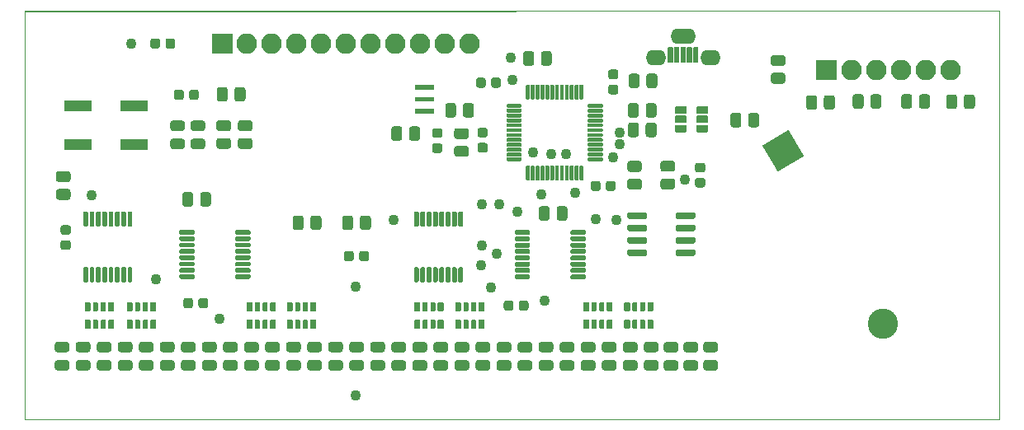
<source format=gbr>
%TF.GenerationSoftware,KiCad,Pcbnew,(5.1.7)-1*%
%TF.CreationDate,2020-10-28T13:08:51+04:00*%
%TF.ProjectId,stm32-home-light,73746d33-322d-4686-9f6d-652d6c696768,rev?*%
%TF.SameCoordinates,Original*%
%TF.FileFunction,Soldermask,Top*%
%TF.FilePolarity,Negative*%
%FSLAX46Y46*%
G04 Gerber Fmt 4.6, Leading zero omitted, Abs format (unit mm)*
G04 Created by KiCad (PCBNEW (5.1.7)-1) date 2020-10-28 13:08:51*
%MOMM*%
%LPD*%
G01*
G04 APERTURE LIST*
%TA.AperFunction,Profile*%
%ADD10C,0.100000*%
%TD*%
%ADD11O,2.600000X1.600000*%
%ADD12O,2.100000X1.600000*%
%ADD13O,2.100000X2.100000*%
%ADD14C,3.100000*%
%ADD15C,1.100000*%
G04 APERTURE END LIST*
D10*
X229760000Y227500000D02*
X229760000Y185500000D01*
X129760000Y227410000D02*
X229760000Y227500000D01*
X129760000Y185500000D02*
X129760000Y227410000D01*
X229760000Y185500000D02*
X129760000Y185500000D01*
X129760000Y185500000D02*
X129760000Y227500000D01*
X129760000Y227500000D02*
X229760000Y227500000D01*
D11*
%TO.C,J3*%
X197298600Y224827400D03*
D12*
X194498600Y222677400D03*
X200098600Y222677400D03*
G36*
G01*
X198873600Y223677400D02*
X198873600Y222177400D01*
G75*
G02*
X198823600Y222127400I-50000J0D01*
G01*
X198373600Y222127400D01*
G75*
G02*
X198323600Y222177400I0J50000D01*
G01*
X198323600Y223677400D01*
G75*
G02*
X198373600Y223727400I50000J0D01*
G01*
X198823600Y223727400D01*
G75*
G02*
X198873600Y223677400I0J-50000D01*
G01*
G37*
G36*
G01*
X196273600Y223677400D02*
X196273600Y222177400D01*
G75*
G02*
X196223600Y222127400I-50000J0D01*
G01*
X195773600Y222127400D01*
G75*
G02*
X195723600Y222177400I0J50000D01*
G01*
X195723600Y223677400D01*
G75*
G02*
X195773600Y223727400I50000J0D01*
G01*
X196223600Y223727400D01*
G75*
G02*
X196273600Y223677400I0J-50000D01*
G01*
G37*
G36*
G01*
X198223600Y223677400D02*
X198223600Y222177400D01*
G75*
G02*
X198173600Y222127400I-50000J0D01*
G01*
X197723600Y222127400D01*
G75*
G02*
X197673600Y222177400I0J50000D01*
G01*
X197673600Y223677400D01*
G75*
G02*
X197723600Y223727400I50000J0D01*
G01*
X198173600Y223727400D01*
G75*
G02*
X198223600Y223677400I0J-50000D01*
G01*
G37*
G36*
G01*
X196923600Y223677400D02*
X196923600Y222177400D01*
G75*
G02*
X196873600Y222127400I-50000J0D01*
G01*
X196423600Y222127400D01*
G75*
G02*
X196373600Y222177400I0J50000D01*
G01*
X196373600Y223677400D01*
G75*
G02*
X196423600Y223727400I50000J0D01*
G01*
X196873600Y223727400D01*
G75*
G02*
X196923600Y223677400I0J-50000D01*
G01*
G37*
G36*
G01*
X197573600Y223677400D02*
X197573600Y222177400D01*
G75*
G02*
X197523600Y222127400I-50000J0D01*
G01*
X197073600Y222127400D01*
G75*
G02*
X197023600Y222177400I0J50000D01*
G01*
X197023600Y223677400D01*
G75*
G02*
X197073600Y223727400I50000J0D01*
G01*
X197523600Y223727400D01*
G75*
G02*
X197573600Y223677400I0J-50000D01*
G01*
G37*
%TD*%
D13*
%TO.C,J1*%
X175410000Y224100000D03*
X172870000Y224100000D03*
X170330000Y224100000D03*
X167790000Y224100000D03*
X165250000Y224100000D03*
X162710000Y224100000D03*
X160170000Y224100000D03*
X157630000Y224100000D03*
X155090000Y224100000D03*
X152550000Y224100000D03*
G36*
G01*
X149010000Y225150000D02*
X151010000Y225150000D01*
G75*
G02*
X151060000Y225100000I0J-50000D01*
G01*
X151060000Y223100000D01*
G75*
G02*
X151010000Y223050000I-50000J0D01*
G01*
X149010000Y223050000D01*
G75*
G02*
X148960000Y223100000I0J50000D01*
G01*
X148960000Y225100000D01*
G75*
G02*
X149010000Y225150000I50000J0D01*
G01*
G37*
%TD*%
%TO.C,J2*%
X224730600Y221390200D03*
X222190600Y221390200D03*
X219650600Y221390200D03*
X217110600Y221390200D03*
X214570600Y221390200D03*
G36*
G01*
X213030600Y220340200D02*
X211030600Y220340200D01*
G75*
G02*
X210980600Y220390200I0J50000D01*
G01*
X210980600Y222390200D01*
G75*
G02*
X211030600Y222440200I50000J0D01*
G01*
X213030600Y222440200D01*
G75*
G02*
X213080600Y222390200I0J-50000D01*
G01*
X213080600Y220390200D01*
G75*
G02*
X213030600Y220340200I-50000J0D01*
G01*
G37*
%TD*%
%TO.C,R28*%
G36*
G01*
X207527812Y221816400D02*
X206576588Y221816400D01*
G75*
G02*
X206302200Y222090788I0J274388D01*
G01*
X206302200Y222667012D01*
G75*
G02*
X206576588Y222941400I274388J0D01*
G01*
X207527812Y222941400D01*
G75*
G02*
X207802200Y222667012I0J-274388D01*
G01*
X207802200Y222090788D01*
G75*
G02*
X207527812Y221816400I-274388J0D01*
G01*
G37*
G36*
G01*
X207527812Y219991400D02*
X206576588Y219991400D01*
G75*
G02*
X206302200Y220265788I0J274388D01*
G01*
X206302200Y220842012D01*
G75*
G02*
X206576588Y221116400I274388J0D01*
G01*
X207527812Y221116400D01*
G75*
G02*
X207802200Y220842012I0J-274388D01*
G01*
X207802200Y220265788D01*
G75*
G02*
X207527812Y219991400I-274388J0D01*
G01*
G37*
%TD*%
%TO.C,BT1*%
G36*
G01*
X205485962Y213692339D02*
X208084038Y215192339D01*
G75*
G02*
X208152339Y215174038I25000J-43301D01*
G01*
X209652339Y212575962D01*
G75*
G02*
X209634038Y212507661I-43301J-25000D01*
G01*
X207035962Y211007661D01*
G75*
G02*
X206967661Y211025962I-25000J43301D01*
G01*
X205467661Y213624038D01*
G75*
G02*
X205485962Y213692339I43301J25000D01*
G01*
G37*
D14*
X217805000Y195355139D03*
%TD*%
%TO.C,SW1*%
G36*
G01*
X136636200Y218251400D02*
X136636200Y217251400D01*
G75*
G02*
X136586200Y217201400I-50000J0D01*
G01*
X133836200Y217201400D01*
G75*
G02*
X133786200Y217251400I0J50000D01*
G01*
X133786200Y218251400D01*
G75*
G02*
X133836200Y218301400I50000J0D01*
G01*
X136586200Y218301400D01*
G75*
G02*
X136636200Y218251400I0J-50000D01*
G01*
G37*
G36*
G01*
X142396200Y218251400D02*
X142396200Y217251400D01*
G75*
G02*
X142346200Y217201400I-50000J0D01*
G01*
X139596200Y217201400D01*
G75*
G02*
X139546200Y217251400I0J50000D01*
G01*
X139546200Y218251400D01*
G75*
G02*
X139596200Y218301400I50000J0D01*
G01*
X142346200Y218301400D01*
G75*
G02*
X142396200Y218251400I0J-50000D01*
G01*
G37*
G36*
G01*
X142396200Y214251400D02*
X142396200Y213251400D01*
G75*
G02*
X142346200Y213201400I-50000J0D01*
G01*
X139596200Y213201400D01*
G75*
G02*
X139546200Y213251400I0J50000D01*
G01*
X139546200Y214251400D01*
G75*
G02*
X139596200Y214301400I50000J0D01*
G01*
X142346200Y214301400D01*
G75*
G02*
X142396200Y214251400I0J-50000D01*
G01*
G37*
G36*
G01*
X136636200Y214251400D02*
X136636200Y213251400D01*
G75*
G02*
X136586200Y213201400I-50000J0D01*
G01*
X133836200Y213201400D01*
G75*
G02*
X133786200Y213251400I0J50000D01*
G01*
X133786200Y214251400D01*
G75*
G02*
X133836200Y214301400I50000J0D01*
G01*
X136586200Y214301400D01*
G75*
G02*
X136636200Y214251400I0J-50000D01*
G01*
G37*
%TD*%
%TO.C,R36*%
G36*
G01*
X192835700Y220748212D02*
X192835700Y219796988D01*
G75*
G02*
X192561312Y219522600I-274388J0D01*
G01*
X191985088Y219522600D01*
G75*
G02*
X191710700Y219796988I0J274388D01*
G01*
X191710700Y220748212D01*
G75*
G02*
X191985088Y221022600I274388J0D01*
G01*
X192561312Y221022600D01*
G75*
G02*
X192835700Y220748212I0J-274388D01*
G01*
G37*
G36*
G01*
X194660700Y220748212D02*
X194660700Y219796988D01*
G75*
G02*
X194386312Y219522600I-274388J0D01*
G01*
X193810088Y219522600D01*
G75*
G02*
X193535700Y219796988I0J274388D01*
G01*
X193535700Y220748212D01*
G75*
G02*
X193810088Y221022600I274388J0D01*
G01*
X194386312Y221022600D01*
G75*
G02*
X194660700Y220748212I0J-274388D01*
G01*
G37*
%TD*%
%TO.C,R35*%
G36*
G01*
X152841612Y215108900D02*
X151890388Y215108900D01*
G75*
G02*
X151616000Y215383288I0J274388D01*
G01*
X151616000Y215959512D01*
G75*
G02*
X151890388Y216233900I274388J0D01*
G01*
X152841612Y216233900D01*
G75*
G02*
X153116000Y215959512I0J-274388D01*
G01*
X153116000Y215383288D01*
G75*
G02*
X152841612Y215108900I-274388J0D01*
G01*
G37*
G36*
G01*
X152841612Y213283900D02*
X151890388Y213283900D01*
G75*
G02*
X151616000Y213558288I0J274388D01*
G01*
X151616000Y214134512D01*
G75*
G02*
X151890388Y214408900I274388J0D01*
G01*
X152841612Y214408900D01*
G75*
G02*
X153116000Y214134512I0J-274388D01*
G01*
X153116000Y213558288D01*
G75*
G02*
X152841612Y213283900I-274388J0D01*
G01*
G37*
%TD*%
%TO.C,R32*%
G36*
G01*
X203972500Y215774388D02*
X203972500Y216725612D01*
G75*
G02*
X204246888Y217000000I274388J0D01*
G01*
X204823112Y217000000D01*
G75*
G02*
X205097500Y216725612I0J-274388D01*
G01*
X205097500Y215774388D01*
G75*
G02*
X204823112Y215500000I-274388J0D01*
G01*
X204246888Y215500000D01*
G75*
G02*
X203972500Y215774388I0J274388D01*
G01*
G37*
G36*
G01*
X202147500Y215774388D02*
X202147500Y216725612D01*
G75*
G02*
X202421888Y217000000I274388J0D01*
G01*
X202998112Y217000000D01*
G75*
G02*
X203272500Y216725612I0J-274388D01*
G01*
X203272500Y215774388D01*
G75*
G02*
X202998112Y215500000I-274388J0D01*
G01*
X202421888Y215500000D01*
G75*
G02*
X202147500Y215774388I0J274388D01*
G01*
G37*
%TD*%
%TO.C,R31*%
G36*
G01*
X184315500Y206182588D02*
X184315500Y207133812D01*
G75*
G02*
X184589888Y207408200I274388J0D01*
G01*
X185166112Y207408200D01*
G75*
G02*
X185440500Y207133812I0J-274388D01*
G01*
X185440500Y206182588D01*
G75*
G02*
X185166112Y205908200I-274388J0D01*
G01*
X184589888Y205908200D01*
G75*
G02*
X184315500Y206182588I0J274388D01*
G01*
G37*
G36*
G01*
X182490500Y206182588D02*
X182490500Y207133812D01*
G75*
G02*
X182764888Y207408200I274388J0D01*
G01*
X183341112Y207408200D01*
G75*
G02*
X183615500Y207133812I0J-274388D01*
G01*
X183615500Y206182588D01*
G75*
G02*
X183341112Y205908200I-274388J0D01*
G01*
X182764888Y205908200D01*
G75*
G02*
X182490500Y206182588I0J274388D01*
G01*
G37*
%TD*%
%TO.C,R30*%
G36*
G01*
X221501100Y217688788D02*
X221501100Y218640012D01*
G75*
G02*
X221775488Y218914400I274388J0D01*
G01*
X222351712Y218914400D01*
G75*
G02*
X222626100Y218640012I0J-274388D01*
G01*
X222626100Y217688788D01*
G75*
G02*
X222351712Y217414400I-274388J0D01*
G01*
X221775488Y217414400D01*
G75*
G02*
X221501100Y217688788I0J274388D01*
G01*
G37*
G36*
G01*
X219676100Y217688788D02*
X219676100Y218640012D01*
G75*
G02*
X219950488Y218914400I274388J0D01*
G01*
X220526712Y218914400D01*
G75*
G02*
X220801100Y218640012I0J-274388D01*
G01*
X220801100Y217688788D01*
G75*
G02*
X220526712Y217414400I-274388J0D01*
G01*
X219950488Y217414400D01*
G75*
G02*
X219676100Y217688788I0J274388D01*
G01*
G37*
%TD*%
%TO.C,R29*%
G36*
G01*
X216520800Y217688788D02*
X216520800Y218640012D01*
G75*
G02*
X216795188Y218914400I274388J0D01*
G01*
X217371412Y218914400D01*
G75*
G02*
X217645800Y218640012I0J-274388D01*
G01*
X217645800Y217688788D01*
G75*
G02*
X217371412Y217414400I-274388J0D01*
G01*
X216795188Y217414400D01*
G75*
G02*
X216520800Y217688788I0J274388D01*
G01*
G37*
G36*
G01*
X214695800Y217688788D02*
X214695800Y218640012D01*
G75*
G02*
X214970188Y218914400I274388J0D01*
G01*
X215546412Y218914400D01*
G75*
G02*
X215820800Y218640012I0J-274388D01*
G01*
X215820800Y217688788D01*
G75*
G02*
X215546412Y217414400I-274388J0D01*
G01*
X214970188Y217414400D01*
G75*
G02*
X214695800Y217688788I0J274388D01*
G01*
G37*
%TD*%
%TO.C,R13*%
G36*
G01*
X150572500Y219375612D02*
X150572500Y218424388D01*
G75*
G02*
X150298112Y218150000I-274388J0D01*
G01*
X149721888Y218150000D01*
G75*
G02*
X149447500Y218424388I0J274388D01*
G01*
X149447500Y219375612D01*
G75*
G02*
X149721888Y219650000I274388J0D01*
G01*
X150298112Y219650000D01*
G75*
G02*
X150572500Y219375612I0J-274388D01*
G01*
G37*
G36*
G01*
X152397500Y219375612D02*
X152397500Y218424388D01*
G75*
G02*
X152123112Y218150000I-274388J0D01*
G01*
X151546888Y218150000D01*
G75*
G02*
X151272500Y218424388I0J274388D01*
G01*
X151272500Y219375612D01*
G75*
G02*
X151546888Y219650000I274388J0D01*
G01*
X152123112Y219650000D01*
G75*
G02*
X152397500Y219375612I0J-274388D01*
G01*
G37*
%TD*%
%TO.C,R12*%
G36*
G01*
X134172612Y209876500D02*
X133221388Y209876500D01*
G75*
G02*
X132947000Y210150888I0J274388D01*
G01*
X132947000Y210727112D01*
G75*
G02*
X133221388Y211001500I274388J0D01*
G01*
X134172612Y211001500D01*
G75*
G02*
X134447000Y210727112I0J-274388D01*
G01*
X134447000Y210150888D01*
G75*
G02*
X134172612Y209876500I-274388J0D01*
G01*
G37*
G36*
G01*
X134172612Y208051500D02*
X133221388Y208051500D01*
G75*
G02*
X132947000Y208325888I0J274388D01*
G01*
X132947000Y208902112D01*
G75*
G02*
X133221388Y209176500I274388J0D01*
G01*
X134172612Y209176500D01*
G75*
G02*
X134447000Y208902112I0J-274388D01*
G01*
X134447000Y208325888D01*
G75*
G02*
X134172612Y208051500I-274388J0D01*
G01*
G37*
%TD*%
%TO.C,R8*%
G36*
G01*
X211745600Y217587188D02*
X211745600Y218538412D01*
G75*
G02*
X212019988Y218812800I274388J0D01*
G01*
X212596212Y218812800D01*
G75*
G02*
X212870600Y218538412I0J-274388D01*
G01*
X212870600Y217587188D01*
G75*
G02*
X212596212Y217312800I-274388J0D01*
G01*
X212019988Y217312800D01*
G75*
G02*
X211745600Y217587188I0J274388D01*
G01*
G37*
G36*
G01*
X209920600Y217587188D02*
X209920600Y218538412D01*
G75*
G02*
X210194988Y218812800I274388J0D01*
G01*
X210771212Y218812800D01*
G75*
G02*
X211045600Y218538412I0J-274388D01*
G01*
X211045600Y217587188D01*
G75*
G02*
X210771212Y217312800I-274388J0D01*
G01*
X210194988Y217312800D01*
G75*
G02*
X209920600Y217587188I0J274388D01*
G01*
G37*
%TD*%
%TO.C,R6*%
G36*
G01*
X226120100Y217663388D02*
X226120100Y218614612D01*
G75*
G02*
X226394488Y218889000I274388J0D01*
G01*
X226970712Y218889000D01*
G75*
G02*
X227245100Y218614612I0J-274388D01*
G01*
X227245100Y217663388D01*
G75*
G02*
X226970712Y217389000I-274388J0D01*
G01*
X226394488Y217389000D01*
G75*
G02*
X226120100Y217663388I0J274388D01*
G01*
G37*
G36*
G01*
X224295100Y217663388D02*
X224295100Y218614612D01*
G75*
G02*
X224569488Y218889000I274388J0D01*
G01*
X225145712Y218889000D01*
G75*
G02*
X225420100Y218614612I0J-274388D01*
G01*
X225420100Y217663388D01*
G75*
G02*
X225145712Y217389000I-274388J0D01*
G01*
X224569488Y217389000D01*
G75*
G02*
X224295100Y217663388I0J274388D01*
G01*
G37*
%TD*%
%TO.C,R5*%
G36*
G01*
X169177100Y214386788D02*
X169177100Y215338012D01*
G75*
G02*
X169451488Y215612400I274388J0D01*
G01*
X170027712Y215612400D01*
G75*
G02*
X170302100Y215338012I0J-274388D01*
G01*
X170302100Y214386788D01*
G75*
G02*
X170027712Y214112400I-274388J0D01*
G01*
X169451488Y214112400D01*
G75*
G02*
X169177100Y214386788I0J274388D01*
G01*
G37*
G36*
G01*
X167352100Y214386788D02*
X167352100Y215338012D01*
G75*
G02*
X167626488Y215612400I274388J0D01*
G01*
X168202712Y215612400D01*
G75*
G02*
X168477100Y215338012I0J-274388D01*
G01*
X168477100Y214386788D01*
G75*
G02*
X168202712Y214112400I-274388J0D01*
G01*
X167626488Y214112400D01*
G75*
G02*
X167352100Y214386788I0J274388D01*
G01*
G37*
%TD*%
%TO.C,R4*%
G36*
G01*
X182711500Y222108388D02*
X182711500Y223059612D01*
G75*
G02*
X182985888Y223334000I274388J0D01*
G01*
X183562112Y223334000D01*
G75*
G02*
X183836500Y223059612I0J-274388D01*
G01*
X183836500Y222108388D01*
G75*
G02*
X183562112Y221834000I-274388J0D01*
G01*
X182985888Y221834000D01*
G75*
G02*
X182711500Y222108388I0J274388D01*
G01*
G37*
G36*
G01*
X180886500Y222108388D02*
X180886500Y223059612D01*
G75*
G02*
X181160888Y223334000I274388J0D01*
G01*
X181737112Y223334000D01*
G75*
G02*
X182011500Y223059612I0J-274388D01*
G01*
X182011500Y222108388D01*
G75*
G02*
X181737112Y221834000I-274388J0D01*
G01*
X181160888Y221834000D01*
G75*
G02*
X180886500Y222108388I0J274388D01*
G01*
G37*
%TD*%
%TO.C,R3*%
G36*
G01*
X174089988Y213599900D02*
X175041212Y213599900D01*
G75*
G02*
X175315600Y213325512I0J-274388D01*
G01*
X175315600Y212749288D01*
G75*
G02*
X175041212Y212474900I-274388J0D01*
G01*
X174089988Y212474900D01*
G75*
G02*
X173815600Y212749288I0J274388D01*
G01*
X173815600Y213325512D01*
G75*
G02*
X174089988Y213599900I274388J0D01*
G01*
G37*
G36*
G01*
X174089988Y215424900D02*
X175041212Y215424900D01*
G75*
G02*
X175315600Y215150512I0J-274388D01*
G01*
X175315600Y214574288D01*
G75*
G02*
X175041212Y214299900I-274388J0D01*
G01*
X174089988Y214299900D01*
G75*
G02*
X173815600Y214574288I0J274388D01*
G01*
X173815600Y215150512D01*
G75*
G02*
X174089988Y215424900I274388J0D01*
G01*
G37*
%TD*%
%TO.C,R1*%
G36*
G01*
X150631812Y215108900D02*
X149680588Y215108900D01*
G75*
G02*
X149406200Y215383288I0J274388D01*
G01*
X149406200Y215959512D01*
G75*
G02*
X149680588Y216233900I274388J0D01*
G01*
X150631812Y216233900D01*
G75*
G02*
X150906200Y215959512I0J-274388D01*
G01*
X150906200Y215383288D01*
G75*
G02*
X150631812Y215108900I-274388J0D01*
G01*
G37*
G36*
G01*
X150631812Y213283900D02*
X149680588Y213283900D01*
G75*
G02*
X149406200Y213558288I0J274388D01*
G01*
X149406200Y214134512D01*
G75*
G02*
X149680588Y214408900I274388J0D01*
G01*
X150631812Y214408900D01*
G75*
G02*
X150906200Y214134512I0J-274388D01*
G01*
X150906200Y213558288D01*
G75*
G02*
X150631812Y213283900I-274388J0D01*
G01*
G37*
%TD*%
%TO.C,D3*%
G36*
G01*
X145913050Y215133100D02*
X144950550Y215133100D01*
G75*
G02*
X144681800Y215401850I0J268750D01*
G01*
X144681800Y215939350D01*
G75*
G02*
X144950550Y216208100I268750J0D01*
G01*
X145913050Y216208100D01*
G75*
G02*
X146181800Y215939350I0J-268750D01*
G01*
X146181800Y215401850D01*
G75*
G02*
X145913050Y215133100I-268750J0D01*
G01*
G37*
G36*
G01*
X145913050Y213258100D02*
X144950550Y213258100D01*
G75*
G02*
X144681800Y213526850I0J268750D01*
G01*
X144681800Y214064350D01*
G75*
G02*
X144950550Y214333100I268750J0D01*
G01*
X145913050Y214333100D01*
G75*
G02*
X146181800Y214064350I0J-268750D01*
G01*
X146181800Y213526850D01*
G75*
G02*
X145913050Y213258100I-268750J0D01*
G01*
G37*
%TD*%
%TO.C,D1*%
G36*
G01*
X147995850Y215133100D02*
X147033350Y215133100D01*
G75*
G02*
X146764600Y215401850I0J268750D01*
G01*
X146764600Y215939350D01*
G75*
G02*
X147033350Y216208100I268750J0D01*
G01*
X147995850Y216208100D01*
G75*
G02*
X148264600Y215939350I0J-268750D01*
G01*
X148264600Y215401850D01*
G75*
G02*
X147995850Y215133100I-268750J0D01*
G01*
G37*
G36*
G01*
X147995850Y213258100D02*
X147033350Y213258100D01*
G75*
G02*
X146764600Y213526850I0J268750D01*
G01*
X146764600Y214064350D01*
G75*
G02*
X147033350Y214333100I268750J0D01*
G01*
X147995850Y214333100D01*
G75*
G02*
X148264600Y214064350I0J-268750D01*
G01*
X148264600Y213526850D01*
G75*
G02*
X147995850Y213258100I-268750J0D01*
G01*
G37*
%TD*%
%TO.C,C7*%
G36*
G01*
X146610000Y218575000D02*
X146610000Y219125000D01*
G75*
G02*
X146860000Y219375000I250000J0D01*
G01*
X147360000Y219375000D01*
G75*
G02*
X147610000Y219125000I0J-250000D01*
G01*
X147610000Y218575000D01*
G75*
G02*
X147360000Y218325000I-250000J0D01*
G01*
X146860000Y218325000D01*
G75*
G02*
X146610000Y218575000I0J250000D01*
G01*
G37*
G36*
G01*
X145060000Y218575000D02*
X145060000Y219125000D01*
G75*
G02*
X145310000Y219375000I250000J0D01*
G01*
X145810000Y219375000D01*
G75*
G02*
X146060000Y219125000I0J-250000D01*
G01*
X146060000Y218575000D01*
G75*
G02*
X145810000Y218325000I-250000J0D01*
G01*
X145310000Y218325000D01*
G75*
G02*
X145060000Y218575000I0J250000D01*
G01*
G37*
%TD*%
%TO.C,C6*%
G36*
G01*
X143635000Y224400000D02*
X143635000Y223850000D01*
G75*
G02*
X143385000Y223600000I-250000J0D01*
G01*
X142885000Y223600000D01*
G75*
G02*
X142635000Y223850000I0J250000D01*
G01*
X142635000Y224400000D01*
G75*
G02*
X142885000Y224650000I250000J0D01*
G01*
X143385000Y224650000D01*
G75*
G02*
X143635000Y224400000I0J-250000D01*
G01*
G37*
G36*
G01*
X145185000Y224400000D02*
X145185000Y223850000D01*
G75*
G02*
X144935000Y223600000I-250000J0D01*
G01*
X144435000Y223600000D01*
G75*
G02*
X144185000Y223850000I0J250000D01*
G01*
X144185000Y224400000D01*
G75*
G02*
X144435000Y224650000I250000J0D01*
G01*
X144935000Y224650000D01*
G75*
G02*
X145185000Y224400000I0J-250000D01*
G01*
G37*
%TD*%
%TO.C,C1*%
G36*
G01*
X171801400Y213863200D02*
X172351400Y213863200D01*
G75*
G02*
X172601400Y213613200I0J-250000D01*
G01*
X172601400Y213113200D01*
G75*
G02*
X172351400Y212863200I-250000J0D01*
G01*
X171801400Y212863200D01*
G75*
G02*
X171551400Y213113200I0J250000D01*
G01*
X171551400Y213613200D01*
G75*
G02*
X171801400Y213863200I250000J0D01*
G01*
G37*
G36*
G01*
X171801400Y215413200D02*
X172351400Y215413200D01*
G75*
G02*
X172601400Y215163200I0J-250000D01*
G01*
X172601400Y214663200D01*
G75*
G02*
X172351400Y214413200I-250000J0D01*
G01*
X171801400Y214413200D01*
G75*
G02*
X171551400Y214663200I0J250000D01*
G01*
X171551400Y215163200D01*
G75*
G02*
X171801400Y215413200I250000J0D01*
G01*
G37*
%TD*%
%TO.C,Y1*%
G36*
G01*
X169805600Y217443000D02*
X171705600Y217443000D01*
G75*
G02*
X171755600Y217393000I0J-50000D01*
G01*
X171755600Y216993000D01*
G75*
G02*
X171705600Y216943000I-50000J0D01*
G01*
X169805600Y216943000D01*
G75*
G02*
X169755600Y216993000I0J50000D01*
G01*
X169755600Y217393000D01*
G75*
G02*
X169805600Y217443000I50000J0D01*
G01*
G37*
G36*
G01*
X169805600Y218643000D02*
X171705600Y218643000D01*
G75*
G02*
X171755600Y218593000I0J-50000D01*
G01*
X171755600Y218193000D01*
G75*
G02*
X171705600Y218143000I-50000J0D01*
G01*
X169805600Y218143000D01*
G75*
G02*
X169755600Y218193000I0J50000D01*
G01*
X169755600Y218593000D01*
G75*
G02*
X169805600Y218643000I50000J0D01*
G01*
G37*
G36*
G01*
X169805600Y219843000D02*
X171705600Y219843000D01*
G75*
G02*
X171755600Y219793000I0J-50000D01*
G01*
X171755600Y219393000D01*
G75*
G02*
X171705600Y219343000I-50000J0D01*
G01*
X169805600Y219343000D01*
G75*
G02*
X169755600Y219393000I0J50000D01*
G01*
X169755600Y219793000D01*
G75*
G02*
X169805600Y219843000I50000J0D01*
G01*
G37*
%TD*%
%TO.C,R7*%
G36*
G01*
X174714300Y216774388D02*
X174714300Y217725612D01*
G75*
G02*
X174988688Y218000000I274388J0D01*
G01*
X175564912Y218000000D01*
G75*
G02*
X175839300Y217725612I0J-274388D01*
G01*
X175839300Y216774388D01*
G75*
G02*
X175564912Y216500000I-274388J0D01*
G01*
X174988688Y216500000D01*
G75*
G02*
X174714300Y216774388I0J274388D01*
G01*
G37*
G36*
G01*
X172889300Y216774388D02*
X172889300Y217725612D01*
G75*
G02*
X173163688Y218000000I274388J0D01*
G01*
X173739912Y218000000D01*
G75*
G02*
X174014300Y217725612I0J-274388D01*
G01*
X174014300Y216774388D01*
G75*
G02*
X173739912Y216500000I-274388J0D01*
G01*
X173163688Y216500000D01*
G75*
G02*
X172889300Y216774388I0J274388D01*
G01*
G37*
%TD*%
%TO.C,C5*%
G36*
G01*
X189860800Y219896000D02*
X190410800Y219896000D01*
G75*
G02*
X190660800Y219646000I0J-250000D01*
G01*
X190660800Y219146000D01*
G75*
G02*
X190410800Y218896000I-250000J0D01*
G01*
X189860800Y218896000D01*
G75*
G02*
X189610800Y219146000I0J250000D01*
G01*
X189610800Y219646000D01*
G75*
G02*
X189860800Y219896000I250000J0D01*
G01*
G37*
G36*
G01*
X189860800Y221446000D02*
X190410800Y221446000D01*
G75*
G02*
X190660800Y221196000I0J-250000D01*
G01*
X190660800Y220696000D01*
G75*
G02*
X190410800Y220446000I-250000J0D01*
G01*
X189860800Y220446000D01*
G75*
G02*
X189610800Y220696000I0J250000D01*
G01*
X189610800Y221196000D01*
G75*
G02*
X189860800Y221446000I250000J0D01*
G01*
G37*
%TD*%
%TO.C,C4*%
G36*
G01*
X188819400Y209752600D02*
X188819400Y209202600D01*
G75*
G02*
X188569400Y208952600I-250000J0D01*
G01*
X188069400Y208952600D01*
G75*
G02*
X187819400Y209202600I0J250000D01*
G01*
X187819400Y209752600D01*
G75*
G02*
X188069400Y210002600I250000J0D01*
G01*
X188569400Y210002600D01*
G75*
G02*
X188819400Y209752600I0J-250000D01*
G01*
G37*
G36*
G01*
X190369400Y209752600D02*
X190369400Y209202600D01*
G75*
G02*
X190119400Y208952600I-250000J0D01*
G01*
X189619400Y208952600D01*
G75*
G02*
X189369400Y209202600I0J250000D01*
G01*
X189369400Y209752600D01*
G75*
G02*
X189619400Y210002600I250000J0D01*
G01*
X190119400Y210002600D01*
G75*
G02*
X190369400Y209752600I0J-250000D01*
G01*
G37*
%TD*%
%TO.C,C3*%
G36*
G01*
X177046200Y220369800D02*
X177046200Y219819800D01*
G75*
G02*
X176796200Y219569800I-250000J0D01*
G01*
X176296200Y219569800D01*
G75*
G02*
X176046200Y219819800I0J250000D01*
G01*
X176046200Y220369800D01*
G75*
G02*
X176296200Y220619800I250000J0D01*
G01*
X176796200Y220619800D01*
G75*
G02*
X177046200Y220369800I0J-250000D01*
G01*
G37*
G36*
G01*
X178596200Y220369800D02*
X178596200Y219819800D01*
G75*
G02*
X178346200Y219569800I-250000J0D01*
G01*
X177846200Y219569800D01*
G75*
G02*
X177596200Y219819800I0J250000D01*
G01*
X177596200Y220369800D01*
G75*
G02*
X177846200Y220619800I250000J0D01*
G01*
X178346200Y220619800D01*
G75*
G02*
X178596200Y220369800I0J-250000D01*
G01*
G37*
%TD*%
%TO.C,C2*%
G36*
G01*
X176999600Y214464000D02*
X176449600Y214464000D01*
G75*
G02*
X176199600Y214714000I0J250000D01*
G01*
X176199600Y215214000D01*
G75*
G02*
X176449600Y215464000I250000J0D01*
G01*
X176999600Y215464000D01*
G75*
G02*
X177249600Y215214000I0J-250000D01*
G01*
X177249600Y214714000D01*
G75*
G02*
X176999600Y214464000I-250000J0D01*
G01*
G37*
G36*
G01*
X176999600Y212914000D02*
X176449600Y212914000D01*
G75*
G02*
X176199600Y213164000I0J250000D01*
G01*
X176199600Y213664000D01*
G75*
G02*
X176449600Y213914000I250000J0D01*
G01*
X176999600Y213914000D01*
G75*
G02*
X177249600Y213664000I0J-250000D01*
G01*
X177249600Y213164000D01*
G75*
G02*
X176999600Y212914000I-250000J0D01*
G01*
G37*
%TD*%
%TO.C,U4*%
G36*
G01*
X196524600Y206254600D02*
X196524600Y206604600D01*
G75*
G02*
X196699600Y206779600I175000J0D01*
G01*
X198399600Y206779600D01*
G75*
G02*
X198574600Y206604600I0J-175000D01*
G01*
X198574600Y206254600D01*
G75*
G02*
X198399600Y206079600I-175000J0D01*
G01*
X196699600Y206079600D01*
G75*
G02*
X196524600Y206254600I0J175000D01*
G01*
G37*
G36*
G01*
X196524600Y204984600D02*
X196524600Y205334600D01*
G75*
G02*
X196699600Y205509600I175000J0D01*
G01*
X198399600Y205509600D01*
G75*
G02*
X198574600Y205334600I0J-175000D01*
G01*
X198574600Y204984600D01*
G75*
G02*
X198399600Y204809600I-175000J0D01*
G01*
X196699600Y204809600D01*
G75*
G02*
X196524600Y204984600I0J175000D01*
G01*
G37*
G36*
G01*
X196524600Y203714600D02*
X196524600Y204064600D01*
G75*
G02*
X196699600Y204239600I175000J0D01*
G01*
X198399600Y204239600D01*
G75*
G02*
X198574600Y204064600I0J-175000D01*
G01*
X198574600Y203714600D01*
G75*
G02*
X198399600Y203539600I-175000J0D01*
G01*
X196699600Y203539600D01*
G75*
G02*
X196524600Y203714600I0J175000D01*
G01*
G37*
G36*
G01*
X196524600Y202444600D02*
X196524600Y202794600D01*
G75*
G02*
X196699600Y202969600I175000J0D01*
G01*
X198399600Y202969600D01*
G75*
G02*
X198574600Y202794600I0J-175000D01*
G01*
X198574600Y202444600D01*
G75*
G02*
X198399600Y202269600I-175000J0D01*
G01*
X196699600Y202269600D01*
G75*
G02*
X196524600Y202444600I0J175000D01*
G01*
G37*
G36*
G01*
X191574600Y202444600D02*
X191574600Y202794600D01*
G75*
G02*
X191749600Y202969600I175000J0D01*
G01*
X193449600Y202969600D01*
G75*
G02*
X193624600Y202794600I0J-175000D01*
G01*
X193624600Y202444600D01*
G75*
G02*
X193449600Y202269600I-175000J0D01*
G01*
X191749600Y202269600D01*
G75*
G02*
X191574600Y202444600I0J175000D01*
G01*
G37*
G36*
G01*
X191574600Y203714600D02*
X191574600Y204064600D01*
G75*
G02*
X191749600Y204239600I175000J0D01*
G01*
X193449600Y204239600D01*
G75*
G02*
X193624600Y204064600I0J-175000D01*
G01*
X193624600Y203714600D01*
G75*
G02*
X193449600Y203539600I-175000J0D01*
G01*
X191749600Y203539600D01*
G75*
G02*
X191574600Y203714600I0J175000D01*
G01*
G37*
G36*
G01*
X191574600Y204984600D02*
X191574600Y205334600D01*
G75*
G02*
X191749600Y205509600I175000J0D01*
G01*
X193449600Y205509600D01*
G75*
G02*
X193624600Y205334600I0J-175000D01*
G01*
X193624600Y204984600D01*
G75*
G02*
X193449600Y204809600I-175000J0D01*
G01*
X191749600Y204809600D01*
G75*
G02*
X191574600Y204984600I0J175000D01*
G01*
G37*
G36*
G01*
X191574600Y206254600D02*
X191574600Y206604600D01*
G75*
G02*
X191749600Y206779600I175000J0D01*
G01*
X193449600Y206779600D01*
G75*
G02*
X193624600Y206604600I0J-175000D01*
G01*
X193624600Y206254600D01*
G75*
G02*
X193449600Y206079600I-175000J0D01*
G01*
X191749600Y206079600D01*
G75*
G02*
X191574600Y206254600I0J175000D01*
G01*
G37*
%TD*%
%TO.C,R34*%
G36*
G01*
X195248188Y210247100D02*
X196199412Y210247100D01*
G75*
G02*
X196473800Y209972712I0J-274388D01*
G01*
X196473800Y209396488D01*
G75*
G02*
X196199412Y209122100I-274388J0D01*
G01*
X195248188Y209122100D01*
G75*
G02*
X194973800Y209396488I0J274388D01*
G01*
X194973800Y209972712D01*
G75*
G02*
X195248188Y210247100I274388J0D01*
G01*
G37*
G36*
G01*
X195248188Y212072100D02*
X196199412Y212072100D01*
G75*
G02*
X196473800Y211797712I0J-274388D01*
G01*
X196473800Y211221488D01*
G75*
G02*
X196199412Y210947100I-274388J0D01*
G01*
X195248188Y210947100D01*
G75*
G02*
X194973800Y211221488I0J274388D01*
G01*
X194973800Y211797712D01*
G75*
G02*
X195248188Y212072100I274388J0D01*
G01*
G37*
%TD*%
%TO.C,R33*%
G36*
G01*
X191844588Y210221700D02*
X192795812Y210221700D01*
G75*
G02*
X193070200Y209947312I0J-274388D01*
G01*
X193070200Y209371088D01*
G75*
G02*
X192795812Y209096700I-274388J0D01*
G01*
X191844588Y209096700D01*
G75*
G02*
X191570200Y209371088I0J274388D01*
G01*
X191570200Y209947312D01*
G75*
G02*
X191844588Y210221700I274388J0D01*
G01*
G37*
G36*
G01*
X191844588Y212046700D02*
X192795812Y212046700D01*
G75*
G02*
X193070200Y211772312I0J-274388D01*
G01*
X193070200Y211196088D01*
G75*
G02*
X192795812Y210921700I-274388J0D01*
G01*
X191844588Y210921700D01*
G75*
G02*
X191570200Y211196088I0J274388D01*
G01*
X191570200Y211772312D01*
G75*
G02*
X191844588Y212046700I274388J0D01*
G01*
G37*
%TD*%
%TO.C,C12*%
G36*
G01*
X198776200Y210320200D02*
X199326200Y210320200D01*
G75*
G02*
X199576200Y210070200I0J-250000D01*
G01*
X199576200Y209570200D01*
G75*
G02*
X199326200Y209320200I-250000J0D01*
G01*
X198776200Y209320200D01*
G75*
G02*
X198526200Y209570200I0J250000D01*
G01*
X198526200Y210070200D01*
G75*
G02*
X198776200Y210320200I250000J0D01*
G01*
G37*
G36*
G01*
X198776200Y211870200D02*
X199326200Y211870200D01*
G75*
G02*
X199576200Y211620200I0J-250000D01*
G01*
X199576200Y211120200D01*
G75*
G02*
X199326200Y210870200I-250000J0D01*
G01*
X198776200Y210870200D01*
G75*
G02*
X198526200Y211120200I0J250000D01*
G01*
X198526200Y211620200D01*
G75*
G02*
X198776200Y211870200I250000J0D01*
G01*
G37*
%TD*%
%TO.C,U5*%
G36*
G01*
X197650000Y216650400D02*
X197650000Y216000400D01*
G75*
G02*
X197600000Y215950400I-50000J0D01*
G01*
X196540000Y215950400D01*
G75*
G02*
X196490000Y216000400I0J50000D01*
G01*
X196490000Y216650400D01*
G75*
G02*
X196540000Y216700400I50000J0D01*
G01*
X197600000Y216700400D01*
G75*
G02*
X197650000Y216650400I0J-50000D01*
G01*
G37*
G36*
G01*
X197650000Y215700400D02*
X197650000Y215050400D01*
G75*
G02*
X197600000Y215000400I-50000J0D01*
G01*
X196540000Y215000400D01*
G75*
G02*
X196490000Y215050400I0J50000D01*
G01*
X196490000Y215700400D01*
G75*
G02*
X196540000Y215750400I50000J0D01*
G01*
X197600000Y215750400D01*
G75*
G02*
X197650000Y215700400I0J-50000D01*
G01*
G37*
G36*
G01*
X197650000Y217600400D02*
X197650000Y216950400D01*
G75*
G02*
X197600000Y216900400I-50000J0D01*
G01*
X196540000Y216900400D01*
G75*
G02*
X196490000Y216950400I0J50000D01*
G01*
X196490000Y217600400D01*
G75*
G02*
X196540000Y217650400I50000J0D01*
G01*
X197600000Y217650400D01*
G75*
G02*
X197650000Y217600400I0J-50000D01*
G01*
G37*
G36*
G01*
X199850000Y217600400D02*
X199850000Y216950400D01*
G75*
G02*
X199800000Y216900400I-50000J0D01*
G01*
X198740000Y216900400D01*
G75*
G02*
X198690000Y216950400I0J50000D01*
G01*
X198690000Y217600400D01*
G75*
G02*
X198740000Y217650400I50000J0D01*
G01*
X199800000Y217650400D01*
G75*
G02*
X199850000Y217600400I0J-50000D01*
G01*
G37*
G36*
G01*
X199850000Y216650400D02*
X199850000Y216000400D01*
G75*
G02*
X199800000Y215950400I-50000J0D01*
G01*
X198740000Y215950400D01*
G75*
G02*
X198690000Y216000400I0J50000D01*
G01*
X198690000Y216650400D01*
G75*
G02*
X198740000Y216700400I50000J0D01*
G01*
X199800000Y216700400D01*
G75*
G02*
X199850000Y216650400I0J-50000D01*
G01*
G37*
G36*
G01*
X199850000Y215700400D02*
X199850000Y215050400D01*
G75*
G02*
X199800000Y215000400I-50000J0D01*
G01*
X198740000Y215000400D01*
G75*
G02*
X198690000Y215050400I0J50000D01*
G01*
X198690000Y215700400D01*
G75*
G02*
X198740000Y215750400I50000J0D01*
G01*
X199800000Y215750400D01*
G75*
G02*
X199850000Y215700400I0J-50000D01*
G01*
G37*
%TD*%
%TO.C,R38*%
G36*
G01*
X193455700Y214767788D02*
X193455700Y215719012D01*
G75*
G02*
X193730088Y215993400I274388J0D01*
G01*
X194306312Y215993400D01*
G75*
G02*
X194580700Y215719012I0J-274388D01*
G01*
X194580700Y214767788D01*
G75*
G02*
X194306312Y214493400I-274388J0D01*
G01*
X193730088Y214493400D01*
G75*
G02*
X193455700Y214767788I0J274388D01*
G01*
G37*
G36*
G01*
X191630700Y214767788D02*
X191630700Y215719012D01*
G75*
G02*
X191905088Y215993400I274388J0D01*
G01*
X192481312Y215993400D01*
G75*
G02*
X192755700Y215719012I0J-274388D01*
G01*
X192755700Y214767788D01*
G75*
G02*
X192481312Y214493400I-274388J0D01*
G01*
X191905088Y214493400D01*
G75*
G02*
X191630700Y214767788I0J274388D01*
G01*
G37*
%TD*%
%TO.C,R37*%
G36*
G01*
X193459500Y216774388D02*
X193459500Y217725612D01*
G75*
G02*
X193733888Y218000000I274388J0D01*
G01*
X194310112Y218000000D01*
G75*
G02*
X194584500Y217725612I0J-274388D01*
G01*
X194584500Y216774388D01*
G75*
G02*
X194310112Y216500000I-274388J0D01*
G01*
X193733888Y216500000D01*
G75*
G02*
X193459500Y216774388I0J274388D01*
G01*
G37*
G36*
G01*
X191634500Y216774388D02*
X191634500Y217725612D01*
G75*
G02*
X191908888Y218000000I274388J0D01*
G01*
X192485112Y218000000D01*
G75*
G02*
X192759500Y217725612I0J-274388D01*
G01*
X192759500Y216774388D01*
G75*
G02*
X192485112Y216500000I-274388J0D01*
G01*
X191908888Y216500000D01*
G75*
G02*
X191634500Y216774388I0J274388D01*
G01*
G37*
%TD*%
%TO.C,RN1*%
G36*
G01*
X138349000Y197507000D02*
X138849000Y197507000D01*
G75*
G02*
X138899000Y197457000I0J-50000D01*
G01*
X138899000Y196657000D01*
G75*
G02*
X138849000Y196607000I-50000J0D01*
G01*
X138349000Y196607000D01*
G75*
G02*
X138299000Y196657000I0J50000D01*
G01*
X138299000Y197457000D01*
G75*
G02*
X138349000Y197507000I50000J0D01*
G01*
G37*
G36*
G01*
X136799000Y197507000D02*
X137199000Y197507000D01*
G75*
G02*
X137249000Y197457000I0J-50000D01*
G01*
X137249000Y196657000D01*
G75*
G02*
X137199000Y196607000I-50000J0D01*
G01*
X136799000Y196607000D01*
G75*
G02*
X136749000Y196657000I0J50000D01*
G01*
X136749000Y197457000D01*
G75*
G02*
X136799000Y197507000I50000J0D01*
G01*
G37*
G36*
G01*
X137599000Y197507000D02*
X137999000Y197507000D01*
G75*
G02*
X138049000Y197457000I0J-50000D01*
G01*
X138049000Y196657000D01*
G75*
G02*
X137999000Y196607000I-50000J0D01*
G01*
X137599000Y196607000D01*
G75*
G02*
X137549000Y196657000I0J50000D01*
G01*
X137549000Y197457000D01*
G75*
G02*
X137599000Y197507000I50000J0D01*
G01*
G37*
G36*
G01*
X135949000Y197507000D02*
X136449000Y197507000D01*
G75*
G02*
X136499000Y197457000I0J-50000D01*
G01*
X136499000Y196657000D01*
G75*
G02*
X136449000Y196607000I-50000J0D01*
G01*
X135949000Y196607000D01*
G75*
G02*
X135899000Y196657000I0J50000D01*
G01*
X135899000Y197457000D01*
G75*
G02*
X135949000Y197507000I50000J0D01*
G01*
G37*
G36*
G01*
X137599000Y195707000D02*
X137999000Y195707000D01*
G75*
G02*
X138049000Y195657000I0J-50000D01*
G01*
X138049000Y194857000D01*
G75*
G02*
X137999000Y194807000I-50000J0D01*
G01*
X137599000Y194807000D01*
G75*
G02*
X137549000Y194857000I0J50000D01*
G01*
X137549000Y195657000D01*
G75*
G02*
X137599000Y195707000I50000J0D01*
G01*
G37*
G36*
G01*
X138349000Y195707000D02*
X138849000Y195707000D01*
G75*
G02*
X138899000Y195657000I0J-50000D01*
G01*
X138899000Y194857000D01*
G75*
G02*
X138849000Y194807000I-50000J0D01*
G01*
X138349000Y194807000D01*
G75*
G02*
X138299000Y194857000I0J50000D01*
G01*
X138299000Y195657000D01*
G75*
G02*
X138349000Y195707000I50000J0D01*
G01*
G37*
G36*
G01*
X136799000Y195707000D02*
X137199000Y195707000D01*
G75*
G02*
X137249000Y195657000I0J-50000D01*
G01*
X137249000Y194857000D01*
G75*
G02*
X137199000Y194807000I-50000J0D01*
G01*
X136799000Y194807000D01*
G75*
G02*
X136749000Y194857000I0J50000D01*
G01*
X136749000Y195657000D01*
G75*
G02*
X136799000Y195707000I50000J0D01*
G01*
G37*
G36*
G01*
X135949000Y195707000D02*
X136449000Y195707000D01*
G75*
G02*
X136499000Y195657000I0J-50000D01*
G01*
X136499000Y194857000D01*
G75*
G02*
X136449000Y194807000I-50000J0D01*
G01*
X135949000Y194807000D01*
G75*
G02*
X135899000Y194857000I0J50000D01*
G01*
X135899000Y195657000D01*
G75*
G02*
X135949000Y195707000I50000J0D01*
G01*
G37*
%TD*%
%TO.C,RN2*%
G36*
G01*
X142667000Y197507000D02*
X143167000Y197507000D01*
G75*
G02*
X143217000Y197457000I0J-50000D01*
G01*
X143217000Y196657000D01*
G75*
G02*
X143167000Y196607000I-50000J0D01*
G01*
X142667000Y196607000D01*
G75*
G02*
X142617000Y196657000I0J50000D01*
G01*
X142617000Y197457000D01*
G75*
G02*
X142667000Y197507000I50000J0D01*
G01*
G37*
G36*
G01*
X141117000Y197507000D02*
X141517000Y197507000D01*
G75*
G02*
X141567000Y197457000I0J-50000D01*
G01*
X141567000Y196657000D01*
G75*
G02*
X141517000Y196607000I-50000J0D01*
G01*
X141117000Y196607000D01*
G75*
G02*
X141067000Y196657000I0J50000D01*
G01*
X141067000Y197457000D01*
G75*
G02*
X141117000Y197507000I50000J0D01*
G01*
G37*
G36*
G01*
X141917000Y197507000D02*
X142317000Y197507000D01*
G75*
G02*
X142367000Y197457000I0J-50000D01*
G01*
X142367000Y196657000D01*
G75*
G02*
X142317000Y196607000I-50000J0D01*
G01*
X141917000Y196607000D01*
G75*
G02*
X141867000Y196657000I0J50000D01*
G01*
X141867000Y197457000D01*
G75*
G02*
X141917000Y197507000I50000J0D01*
G01*
G37*
G36*
G01*
X140267000Y197507000D02*
X140767000Y197507000D01*
G75*
G02*
X140817000Y197457000I0J-50000D01*
G01*
X140817000Y196657000D01*
G75*
G02*
X140767000Y196607000I-50000J0D01*
G01*
X140267000Y196607000D01*
G75*
G02*
X140217000Y196657000I0J50000D01*
G01*
X140217000Y197457000D01*
G75*
G02*
X140267000Y197507000I50000J0D01*
G01*
G37*
G36*
G01*
X141917000Y195707000D02*
X142317000Y195707000D01*
G75*
G02*
X142367000Y195657000I0J-50000D01*
G01*
X142367000Y194857000D01*
G75*
G02*
X142317000Y194807000I-50000J0D01*
G01*
X141917000Y194807000D01*
G75*
G02*
X141867000Y194857000I0J50000D01*
G01*
X141867000Y195657000D01*
G75*
G02*
X141917000Y195707000I50000J0D01*
G01*
G37*
G36*
G01*
X142667000Y195707000D02*
X143167000Y195707000D01*
G75*
G02*
X143217000Y195657000I0J-50000D01*
G01*
X143217000Y194857000D01*
G75*
G02*
X143167000Y194807000I-50000J0D01*
G01*
X142667000Y194807000D01*
G75*
G02*
X142617000Y194857000I0J50000D01*
G01*
X142617000Y195657000D01*
G75*
G02*
X142667000Y195707000I50000J0D01*
G01*
G37*
G36*
G01*
X141117000Y195707000D02*
X141517000Y195707000D01*
G75*
G02*
X141567000Y195657000I0J-50000D01*
G01*
X141567000Y194857000D01*
G75*
G02*
X141517000Y194807000I-50000J0D01*
G01*
X141117000Y194807000D01*
G75*
G02*
X141067000Y194857000I0J50000D01*
G01*
X141067000Y195657000D01*
G75*
G02*
X141117000Y195707000I50000J0D01*
G01*
G37*
G36*
G01*
X140267000Y195707000D02*
X140767000Y195707000D01*
G75*
G02*
X140817000Y195657000I0J-50000D01*
G01*
X140817000Y194857000D01*
G75*
G02*
X140767000Y194807000I-50000J0D01*
G01*
X140267000Y194807000D01*
G75*
G02*
X140217000Y194857000I0J50000D01*
G01*
X140217000Y195657000D01*
G75*
G02*
X140267000Y195707000I50000J0D01*
G01*
G37*
%TD*%
%TO.C,RN3*%
G36*
G01*
X154967000Y197507000D02*
X155467000Y197507000D01*
G75*
G02*
X155517000Y197457000I0J-50000D01*
G01*
X155517000Y196657000D01*
G75*
G02*
X155467000Y196607000I-50000J0D01*
G01*
X154967000Y196607000D01*
G75*
G02*
X154917000Y196657000I0J50000D01*
G01*
X154917000Y197457000D01*
G75*
G02*
X154967000Y197507000I50000J0D01*
G01*
G37*
G36*
G01*
X153417000Y197507000D02*
X153817000Y197507000D01*
G75*
G02*
X153867000Y197457000I0J-50000D01*
G01*
X153867000Y196657000D01*
G75*
G02*
X153817000Y196607000I-50000J0D01*
G01*
X153417000Y196607000D01*
G75*
G02*
X153367000Y196657000I0J50000D01*
G01*
X153367000Y197457000D01*
G75*
G02*
X153417000Y197507000I50000J0D01*
G01*
G37*
G36*
G01*
X154217000Y197507000D02*
X154617000Y197507000D01*
G75*
G02*
X154667000Y197457000I0J-50000D01*
G01*
X154667000Y196657000D01*
G75*
G02*
X154617000Y196607000I-50000J0D01*
G01*
X154217000Y196607000D01*
G75*
G02*
X154167000Y196657000I0J50000D01*
G01*
X154167000Y197457000D01*
G75*
G02*
X154217000Y197507000I50000J0D01*
G01*
G37*
G36*
G01*
X152567000Y197507000D02*
X153067000Y197507000D01*
G75*
G02*
X153117000Y197457000I0J-50000D01*
G01*
X153117000Y196657000D01*
G75*
G02*
X153067000Y196607000I-50000J0D01*
G01*
X152567000Y196607000D01*
G75*
G02*
X152517000Y196657000I0J50000D01*
G01*
X152517000Y197457000D01*
G75*
G02*
X152567000Y197507000I50000J0D01*
G01*
G37*
G36*
G01*
X154217000Y195707000D02*
X154617000Y195707000D01*
G75*
G02*
X154667000Y195657000I0J-50000D01*
G01*
X154667000Y194857000D01*
G75*
G02*
X154617000Y194807000I-50000J0D01*
G01*
X154217000Y194807000D01*
G75*
G02*
X154167000Y194857000I0J50000D01*
G01*
X154167000Y195657000D01*
G75*
G02*
X154217000Y195707000I50000J0D01*
G01*
G37*
G36*
G01*
X154967000Y195707000D02*
X155467000Y195707000D01*
G75*
G02*
X155517000Y195657000I0J-50000D01*
G01*
X155517000Y194857000D01*
G75*
G02*
X155467000Y194807000I-50000J0D01*
G01*
X154967000Y194807000D01*
G75*
G02*
X154917000Y194857000I0J50000D01*
G01*
X154917000Y195657000D01*
G75*
G02*
X154967000Y195707000I50000J0D01*
G01*
G37*
G36*
G01*
X153417000Y195707000D02*
X153817000Y195707000D01*
G75*
G02*
X153867000Y195657000I0J-50000D01*
G01*
X153867000Y194857000D01*
G75*
G02*
X153817000Y194807000I-50000J0D01*
G01*
X153417000Y194807000D01*
G75*
G02*
X153367000Y194857000I0J50000D01*
G01*
X153367000Y195657000D01*
G75*
G02*
X153417000Y195707000I50000J0D01*
G01*
G37*
G36*
G01*
X152567000Y195707000D02*
X153067000Y195707000D01*
G75*
G02*
X153117000Y195657000I0J-50000D01*
G01*
X153117000Y194857000D01*
G75*
G02*
X153067000Y194807000I-50000J0D01*
G01*
X152567000Y194807000D01*
G75*
G02*
X152517000Y194857000I0J50000D01*
G01*
X152517000Y195657000D01*
G75*
G02*
X152567000Y195707000I50000J0D01*
G01*
G37*
%TD*%
%TO.C,RN4*%
G36*
G01*
X159088000Y197507000D02*
X159588000Y197507000D01*
G75*
G02*
X159638000Y197457000I0J-50000D01*
G01*
X159638000Y196657000D01*
G75*
G02*
X159588000Y196607000I-50000J0D01*
G01*
X159088000Y196607000D01*
G75*
G02*
X159038000Y196657000I0J50000D01*
G01*
X159038000Y197457000D01*
G75*
G02*
X159088000Y197507000I50000J0D01*
G01*
G37*
G36*
G01*
X157538000Y197507000D02*
X157938000Y197507000D01*
G75*
G02*
X157988000Y197457000I0J-50000D01*
G01*
X157988000Y196657000D01*
G75*
G02*
X157938000Y196607000I-50000J0D01*
G01*
X157538000Y196607000D01*
G75*
G02*
X157488000Y196657000I0J50000D01*
G01*
X157488000Y197457000D01*
G75*
G02*
X157538000Y197507000I50000J0D01*
G01*
G37*
G36*
G01*
X158338000Y197507000D02*
X158738000Y197507000D01*
G75*
G02*
X158788000Y197457000I0J-50000D01*
G01*
X158788000Y196657000D01*
G75*
G02*
X158738000Y196607000I-50000J0D01*
G01*
X158338000Y196607000D01*
G75*
G02*
X158288000Y196657000I0J50000D01*
G01*
X158288000Y197457000D01*
G75*
G02*
X158338000Y197507000I50000J0D01*
G01*
G37*
G36*
G01*
X156688000Y197507000D02*
X157188000Y197507000D01*
G75*
G02*
X157238000Y197457000I0J-50000D01*
G01*
X157238000Y196657000D01*
G75*
G02*
X157188000Y196607000I-50000J0D01*
G01*
X156688000Y196607000D01*
G75*
G02*
X156638000Y196657000I0J50000D01*
G01*
X156638000Y197457000D01*
G75*
G02*
X156688000Y197507000I50000J0D01*
G01*
G37*
G36*
G01*
X158338000Y195707000D02*
X158738000Y195707000D01*
G75*
G02*
X158788000Y195657000I0J-50000D01*
G01*
X158788000Y194857000D01*
G75*
G02*
X158738000Y194807000I-50000J0D01*
G01*
X158338000Y194807000D01*
G75*
G02*
X158288000Y194857000I0J50000D01*
G01*
X158288000Y195657000D01*
G75*
G02*
X158338000Y195707000I50000J0D01*
G01*
G37*
G36*
G01*
X159088000Y195707000D02*
X159588000Y195707000D01*
G75*
G02*
X159638000Y195657000I0J-50000D01*
G01*
X159638000Y194857000D01*
G75*
G02*
X159588000Y194807000I-50000J0D01*
G01*
X159088000Y194807000D01*
G75*
G02*
X159038000Y194857000I0J50000D01*
G01*
X159038000Y195657000D01*
G75*
G02*
X159088000Y195707000I50000J0D01*
G01*
G37*
G36*
G01*
X157538000Y195707000D02*
X157938000Y195707000D01*
G75*
G02*
X157988000Y195657000I0J-50000D01*
G01*
X157988000Y194857000D01*
G75*
G02*
X157938000Y194807000I-50000J0D01*
G01*
X157538000Y194807000D01*
G75*
G02*
X157488000Y194857000I0J50000D01*
G01*
X157488000Y195657000D01*
G75*
G02*
X157538000Y195707000I50000J0D01*
G01*
G37*
G36*
G01*
X156688000Y195707000D02*
X157188000Y195707000D01*
G75*
G02*
X157238000Y195657000I0J-50000D01*
G01*
X157238000Y194857000D01*
G75*
G02*
X157188000Y194807000I-50000J0D01*
G01*
X156688000Y194807000D01*
G75*
G02*
X156638000Y194857000I0J50000D01*
G01*
X156638000Y195657000D01*
G75*
G02*
X156688000Y195707000I50000J0D01*
G01*
G37*
%TD*%
%TO.C,RN5*%
G36*
G01*
X172169000Y197507000D02*
X172669000Y197507000D01*
G75*
G02*
X172719000Y197457000I0J-50000D01*
G01*
X172719000Y196657000D01*
G75*
G02*
X172669000Y196607000I-50000J0D01*
G01*
X172169000Y196607000D01*
G75*
G02*
X172119000Y196657000I0J50000D01*
G01*
X172119000Y197457000D01*
G75*
G02*
X172169000Y197507000I50000J0D01*
G01*
G37*
G36*
G01*
X170619000Y197507000D02*
X171019000Y197507000D01*
G75*
G02*
X171069000Y197457000I0J-50000D01*
G01*
X171069000Y196657000D01*
G75*
G02*
X171019000Y196607000I-50000J0D01*
G01*
X170619000Y196607000D01*
G75*
G02*
X170569000Y196657000I0J50000D01*
G01*
X170569000Y197457000D01*
G75*
G02*
X170619000Y197507000I50000J0D01*
G01*
G37*
G36*
G01*
X171419000Y197507000D02*
X171819000Y197507000D01*
G75*
G02*
X171869000Y197457000I0J-50000D01*
G01*
X171869000Y196657000D01*
G75*
G02*
X171819000Y196607000I-50000J0D01*
G01*
X171419000Y196607000D01*
G75*
G02*
X171369000Y196657000I0J50000D01*
G01*
X171369000Y197457000D01*
G75*
G02*
X171419000Y197507000I50000J0D01*
G01*
G37*
G36*
G01*
X169769000Y197507000D02*
X170269000Y197507000D01*
G75*
G02*
X170319000Y197457000I0J-50000D01*
G01*
X170319000Y196657000D01*
G75*
G02*
X170269000Y196607000I-50000J0D01*
G01*
X169769000Y196607000D01*
G75*
G02*
X169719000Y196657000I0J50000D01*
G01*
X169719000Y197457000D01*
G75*
G02*
X169769000Y197507000I50000J0D01*
G01*
G37*
G36*
G01*
X171419000Y195707000D02*
X171819000Y195707000D01*
G75*
G02*
X171869000Y195657000I0J-50000D01*
G01*
X171869000Y194857000D01*
G75*
G02*
X171819000Y194807000I-50000J0D01*
G01*
X171419000Y194807000D01*
G75*
G02*
X171369000Y194857000I0J50000D01*
G01*
X171369000Y195657000D01*
G75*
G02*
X171419000Y195707000I50000J0D01*
G01*
G37*
G36*
G01*
X172169000Y195707000D02*
X172669000Y195707000D01*
G75*
G02*
X172719000Y195657000I0J-50000D01*
G01*
X172719000Y194857000D01*
G75*
G02*
X172669000Y194807000I-50000J0D01*
G01*
X172169000Y194807000D01*
G75*
G02*
X172119000Y194857000I0J50000D01*
G01*
X172119000Y195657000D01*
G75*
G02*
X172169000Y195707000I50000J0D01*
G01*
G37*
G36*
G01*
X170619000Y195707000D02*
X171019000Y195707000D01*
G75*
G02*
X171069000Y195657000I0J-50000D01*
G01*
X171069000Y194857000D01*
G75*
G02*
X171019000Y194807000I-50000J0D01*
G01*
X170619000Y194807000D01*
G75*
G02*
X170569000Y194857000I0J50000D01*
G01*
X170569000Y195657000D01*
G75*
G02*
X170619000Y195707000I50000J0D01*
G01*
G37*
G36*
G01*
X169769000Y195707000D02*
X170269000Y195707000D01*
G75*
G02*
X170319000Y195657000I0J-50000D01*
G01*
X170319000Y194857000D01*
G75*
G02*
X170269000Y194807000I-50000J0D01*
G01*
X169769000Y194807000D01*
G75*
G02*
X169719000Y194857000I0J50000D01*
G01*
X169719000Y195657000D01*
G75*
G02*
X169769000Y195707000I50000J0D01*
G01*
G37*
%TD*%
%TO.C,RN6*%
G36*
G01*
X176360000Y197507000D02*
X176860000Y197507000D01*
G75*
G02*
X176910000Y197457000I0J-50000D01*
G01*
X176910000Y196657000D01*
G75*
G02*
X176860000Y196607000I-50000J0D01*
G01*
X176360000Y196607000D01*
G75*
G02*
X176310000Y196657000I0J50000D01*
G01*
X176310000Y197457000D01*
G75*
G02*
X176360000Y197507000I50000J0D01*
G01*
G37*
G36*
G01*
X174810000Y197507000D02*
X175210000Y197507000D01*
G75*
G02*
X175260000Y197457000I0J-50000D01*
G01*
X175260000Y196657000D01*
G75*
G02*
X175210000Y196607000I-50000J0D01*
G01*
X174810000Y196607000D01*
G75*
G02*
X174760000Y196657000I0J50000D01*
G01*
X174760000Y197457000D01*
G75*
G02*
X174810000Y197507000I50000J0D01*
G01*
G37*
G36*
G01*
X175610000Y197507000D02*
X176010000Y197507000D01*
G75*
G02*
X176060000Y197457000I0J-50000D01*
G01*
X176060000Y196657000D01*
G75*
G02*
X176010000Y196607000I-50000J0D01*
G01*
X175610000Y196607000D01*
G75*
G02*
X175560000Y196657000I0J50000D01*
G01*
X175560000Y197457000D01*
G75*
G02*
X175610000Y197507000I50000J0D01*
G01*
G37*
G36*
G01*
X173960000Y197507000D02*
X174460000Y197507000D01*
G75*
G02*
X174510000Y197457000I0J-50000D01*
G01*
X174510000Y196657000D01*
G75*
G02*
X174460000Y196607000I-50000J0D01*
G01*
X173960000Y196607000D01*
G75*
G02*
X173910000Y196657000I0J50000D01*
G01*
X173910000Y197457000D01*
G75*
G02*
X173960000Y197507000I50000J0D01*
G01*
G37*
G36*
G01*
X175610000Y195707000D02*
X176010000Y195707000D01*
G75*
G02*
X176060000Y195657000I0J-50000D01*
G01*
X176060000Y194857000D01*
G75*
G02*
X176010000Y194807000I-50000J0D01*
G01*
X175610000Y194807000D01*
G75*
G02*
X175560000Y194857000I0J50000D01*
G01*
X175560000Y195657000D01*
G75*
G02*
X175610000Y195707000I50000J0D01*
G01*
G37*
G36*
G01*
X176360000Y195707000D02*
X176860000Y195707000D01*
G75*
G02*
X176910000Y195657000I0J-50000D01*
G01*
X176910000Y194857000D01*
G75*
G02*
X176860000Y194807000I-50000J0D01*
G01*
X176360000Y194807000D01*
G75*
G02*
X176310000Y194857000I0J50000D01*
G01*
X176310000Y195657000D01*
G75*
G02*
X176360000Y195707000I50000J0D01*
G01*
G37*
G36*
G01*
X174810000Y195707000D02*
X175210000Y195707000D01*
G75*
G02*
X175260000Y195657000I0J-50000D01*
G01*
X175260000Y194857000D01*
G75*
G02*
X175210000Y194807000I-50000J0D01*
G01*
X174810000Y194807000D01*
G75*
G02*
X174760000Y194857000I0J50000D01*
G01*
X174760000Y195657000D01*
G75*
G02*
X174810000Y195707000I50000J0D01*
G01*
G37*
G36*
G01*
X173960000Y195707000D02*
X174460000Y195707000D01*
G75*
G02*
X174510000Y195657000I0J-50000D01*
G01*
X174510000Y194857000D01*
G75*
G02*
X174460000Y194807000I-50000J0D01*
G01*
X173960000Y194807000D01*
G75*
G02*
X173910000Y194857000I0J50000D01*
G01*
X173910000Y195657000D01*
G75*
G02*
X173960000Y195707000I50000J0D01*
G01*
G37*
%TD*%
%TO.C,RN7*%
G36*
G01*
X189511000Y197518000D02*
X190011000Y197518000D01*
G75*
G02*
X190061000Y197468000I0J-50000D01*
G01*
X190061000Y196668000D01*
G75*
G02*
X190011000Y196618000I-50000J0D01*
G01*
X189511000Y196618000D01*
G75*
G02*
X189461000Y196668000I0J50000D01*
G01*
X189461000Y197468000D01*
G75*
G02*
X189511000Y197518000I50000J0D01*
G01*
G37*
G36*
G01*
X187961000Y197518000D02*
X188361000Y197518000D01*
G75*
G02*
X188411000Y197468000I0J-50000D01*
G01*
X188411000Y196668000D01*
G75*
G02*
X188361000Y196618000I-50000J0D01*
G01*
X187961000Y196618000D01*
G75*
G02*
X187911000Y196668000I0J50000D01*
G01*
X187911000Y197468000D01*
G75*
G02*
X187961000Y197518000I50000J0D01*
G01*
G37*
G36*
G01*
X188761000Y197518000D02*
X189161000Y197518000D01*
G75*
G02*
X189211000Y197468000I0J-50000D01*
G01*
X189211000Y196668000D01*
G75*
G02*
X189161000Y196618000I-50000J0D01*
G01*
X188761000Y196618000D01*
G75*
G02*
X188711000Y196668000I0J50000D01*
G01*
X188711000Y197468000D01*
G75*
G02*
X188761000Y197518000I50000J0D01*
G01*
G37*
G36*
G01*
X187111000Y197518000D02*
X187611000Y197518000D01*
G75*
G02*
X187661000Y197468000I0J-50000D01*
G01*
X187661000Y196668000D01*
G75*
G02*
X187611000Y196618000I-50000J0D01*
G01*
X187111000Y196618000D01*
G75*
G02*
X187061000Y196668000I0J50000D01*
G01*
X187061000Y197468000D01*
G75*
G02*
X187111000Y197518000I50000J0D01*
G01*
G37*
G36*
G01*
X188761000Y195718000D02*
X189161000Y195718000D01*
G75*
G02*
X189211000Y195668000I0J-50000D01*
G01*
X189211000Y194868000D01*
G75*
G02*
X189161000Y194818000I-50000J0D01*
G01*
X188761000Y194818000D01*
G75*
G02*
X188711000Y194868000I0J50000D01*
G01*
X188711000Y195668000D01*
G75*
G02*
X188761000Y195718000I50000J0D01*
G01*
G37*
G36*
G01*
X189511000Y195718000D02*
X190011000Y195718000D01*
G75*
G02*
X190061000Y195668000I0J-50000D01*
G01*
X190061000Y194868000D01*
G75*
G02*
X190011000Y194818000I-50000J0D01*
G01*
X189511000Y194818000D01*
G75*
G02*
X189461000Y194868000I0J50000D01*
G01*
X189461000Y195668000D01*
G75*
G02*
X189511000Y195718000I50000J0D01*
G01*
G37*
G36*
G01*
X187961000Y195718000D02*
X188361000Y195718000D01*
G75*
G02*
X188411000Y195668000I0J-50000D01*
G01*
X188411000Y194868000D01*
G75*
G02*
X188361000Y194818000I-50000J0D01*
G01*
X187961000Y194818000D01*
G75*
G02*
X187911000Y194868000I0J50000D01*
G01*
X187911000Y195668000D01*
G75*
G02*
X187961000Y195718000I50000J0D01*
G01*
G37*
G36*
G01*
X187111000Y195718000D02*
X187611000Y195718000D01*
G75*
G02*
X187661000Y195668000I0J-50000D01*
G01*
X187661000Y194868000D01*
G75*
G02*
X187611000Y194818000I-50000J0D01*
G01*
X187111000Y194818000D01*
G75*
G02*
X187061000Y194868000I0J50000D01*
G01*
X187061000Y195668000D01*
G75*
G02*
X187111000Y195718000I50000J0D01*
G01*
G37*
%TD*%
%TO.C,RN8*%
G36*
G01*
X193702000Y197518000D02*
X194202000Y197518000D01*
G75*
G02*
X194252000Y197468000I0J-50000D01*
G01*
X194252000Y196668000D01*
G75*
G02*
X194202000Y196618000I-50000J0D01*
G01*
X193702000Y196618000D01*
G75*
G02*
X193652000Y196668000I0J50000D01*
G01*
X193652000Y197468000D01*
G75*
G02*
X193702000Y197518000I50000J0D01*
G01*
G37*
G36*
G01*
X192152000Y197518000D02*
X192552000Y197518000D01*
G75*
G02*
X192602000Y197468000I0J-50000D01*
G01*
X192602000Y196668000D01*
G75*
G02*
X192552000Y196618000I-50000J0D01*
G01*
X192152000Y196618000D01*
G75*
G02*
X192102000Y196668000I0J50000D01*
G01*
X192102000Y197468000D01*
G75*
G02*
X192152000Y197518000I50000J0D01*
G01*
G37*
G36*
G01*
X192952000Y197518000D02*
X193352000Y197518000D01*
G75*
G02*
X193402000Y197468000I0J-50000D01*
G01*
X193402000Y196668000D01*
G75*
G02*
X193352000Y196618000I-50000J0D01*
G01*
X192952000Y196618000D01*
G75*
G02*
X192902000Y196668000I0J50000D01*
G01*
X192902000Y197468000D01*
G75*
G02*
X192952000Y197518000I50000J0D01*
G01*
G37*
G36*
G01*
X191302000Y197518000D02*
X191802000Y197518000D01*
G75*
G02*
X191852000Y197468000I0J-50000D01*
G01*
X191852000Y196668000D01*
G75*
G02*
X191802000Y196618000I-50000J0D01*
G01*
X191302000Y196618000D01*
G75*
G02*
X191252000Y196668000I0J50000D01*
G01*
X191252000Y197468000D01*
G75*
G02*
X191302000Y197518000I50000J0D01*
G01*
G37*
G36*
G01*
X192952000Y195718000D02*
X193352000Y195718000D01*
G75*
G02*
X193402000Y195668000I0J-50000D01*
G01*
X193402000Y194868000D01*
G75*
G02*
X193352000Y194818000I-50000J0D01*
G01*
X192952000Y194818000D01*
G75*
G02*
X192902000Y194868000I0J50000D01*
G01*
X192902000Y195668000D01*
G75*
G02*
X192952000Y195718000I50000J0D01*
G01*
G37*
G36*
G01*
X193702000Y195718000D02*
X194202000Y195718000D01*
G75*
G02*
X194252000Y195668000I0J-50000D01*
G01*
X194252000Y194868000D01*
G75*
G02*
X194202000Y194818000I-50000J0D01*
G01*
X193702000Y194818000D01*
G75*
G02*
X193652000Y194868000I0J50000D01*
G01*
X193652000Y195668000D01*
G75*
G02*
X193702000Y195718000I50000J0D01*
G01*
G37*
G36*
G01*
X192152000Y195718000D02*
X192552000Y195718000D01*
G75*
G02*
X192602000Y195668000I0J-50000D01*
G01*
X192602000Y194868000D01*
G75*
G02*
X192552000Y194818000I-50000J0D01*
G01*
X192152000Y194818000D01*
G75*
G02*
X192102000Y194868000I0J50000D01*
G01*
X192102000Y195668000D01*
G75*
G02*
X192152000Y195718000I50000J0D01*
G01*
G37*
G36*
G01*
X191302000Y195718000D02*
X191802000Y195718000D01*
G75*
G02*
X191852000Y195668000I0J-50000D01*
G01*
X191852000Y194868000D01*
G75*
G02*
X191802000Y194818000I-50000J0D01*
G01*
X191302000Y194818000D01*
G75*
G02*
X191252000Y194868000I0J50000D01*
G01*
X191252000Y195668000D01*
G75*
G02*
X191302000Y195718000I50000J0D01*
G01*
G37*
%TD*%
%TO.C,R11*%
G36*
G01*
X159066000Y205217388D02*
X159066000Y206168612D01*
G75*
G02*
X159340388Y206443000I274388J0D01*
G01*
X159916612Y206443000D01*
G75*
G02*
X160191000Y206168612I0J-274388D01*
G01*
X160191000Y205217388D01*
G75*
G02*
X159916612Y204943000I-274388J0D01*
G01*
X159340388Y204943000D01*
G75*
G02*
X159066000Y205217388I0J274388D01*
G01*
G37*
G36*
G01*
X157241000Y205217388D02*
X157241000Y206168612D01*
G75*
G02*
X157515388Y206443000I274388J0D01*
G01*
X158091612Y206443000D01*
G75*
G02*
X158366000Y206168612I0J-274388D01*
G01*
X158366000Y205217388D01*
G75*
G02*
X158091612Y204943000I-274388J0D01*
G01*
X157515388Y204943000D01*
G75*
G02*
X157241000Y205217388I0J274388D01*
G01*
G37*
%TD*%
%TO.C,R10*%
G36*
G01*
X164146000Y205217388D02*
X164146000Y206168612D01*
G75*
G02*
X164420388Y206443000I274388J0D01*
G01*
X164996612Y206443000D01*
G75*
G02*
X165271000Y206168612I0J-274388D01*
G01*
X165271000Y205217388D01*
G75*
G02*
X164996612Y204943000I-274388J0D01*
G01*
X164420388Y204943000D01*
G75*
G02*
X164146000Y205217388I0J274388D01*
G01*
G37*
G36*
G01*
X162321000Y205217388D02*
X162321000Y206168612D01*
G75*
G02*
X162595388Y206443000I274388J0D01*
G01*
X163171612Y206443000D01*
G75*
G02*
X163446000Y206168612I0J-274388D01*
G01*
X163446000Y205217388D01*
G75*
G02*
X163171612Y204943000I-274388J0D01*
G01*
X162595388Y204943000D01*
G75*
G02*
X162321000Y205217388I0J274388D01*
G01*
G37*
%TD*%
%TO.C,R9*%
G36*
G01*
X147039500Y208581612D02*
X147039500Y207630388D01*
G75*
G02*
X146765112Y207356000I-274388J0D01*
G01*
X146188888Y207356000D01*
G75*
G02*
X145914500Y207630388I0J274388D01*
G01*
X145914500Y208581612D01*
G75*
G02*
X146188888Y208856000I274388J0D01*
G01*
X146765112Y208856000D01*
G75*
G02*
X147039500Y208581612I0J-274388D01*
G01*
G37*
G36*
G01*
X148864500Y208581612D02*
X148864500Y207630388D01*
G75*
G02*
X148590112Y207356000I-274388J0D01*
G01*
X148013888Y207356000D01*
G75*
G02*
X147739500Y207630388I0J274388D01*
G01*
X147739500Y208581612D01*
G75*
G02*
X148013888Y208856000I274388J0D01*
G01*
X148590112Y208856000D01*
G75*
G02*
X148864500Y208581612I0J-274388D01*
G01*
G37*
%TD*%
%TO.C,C11*%
G36*
G01*
X180441000Y196909000D02*
X180441000Y197459000D01*
G75*
G02*
X180691000Y197709000I250000J0D01*
G01*
X181191000Y197709000D01*
G75*
G02*
X181441000Y197459000I0J-250000D01*
G01*
X181441000Y196909000D01*
G75*
G02*
X181191000Y196659000I-250000J0D01*
G01*
X180691000Y196659000D01*
G75*
G02*
X180441000Y196909000I0J250000D01*
G01*
G37*
G36*
G01*
X178891000Y196909000D02*
X178891000Y197459000D01*
G75*
G02*
X179141000Y197709000I250000J0D01*
G01*
X179641000Y197709000D01*
G75*
G02*
X179891000Y197459000I0J-250000D01*
G01*
X179891000Y196909000D01*
G75*
G02*
X179641000Y196659000I-250000J0D01*
G01*
X179141000Y196659000D01*
G75*
G02*
X178891000Y196909000I0J250000D01*
G01*
G37*
%TD*%
%TO.C,C10*%
G36*
G01*
X164058000Y201989000D02*
X164058000Y202539000D01*
G75*
G02*
X164308000Y202789000I250000J0D01*
G01*
X164808000Y202789000D01*
G75*
G02*
X165058000Y202539000I0J-250000D01*
G01*
X165058000Y201989000D01*
G75*
G02*
X164808000Y201739000I-250000J0D01*
G01*
X164308000Y201739000D01*
G75*
G02*
X164058000Y201989000I0J250000D01*
G01*
G37*
G36*
G01*
X162508000Y201989000D02*
X162508000Y202539000D01*
G75*
G02*
X162758000Y202789000I250000J0D01*
G01*
X163258000Y202789000D01*
G75*
G02*
X163508000Y202539000I0J-250000D01*
G01*
X163508000Y201989000D01*
G75*
G02*
X163258000Y201739000I-250000J0D01*
G01*
X162758000Y201739000D01*
G75*
G02*
X162508000Y201989000I0J250000D01*
G01*
G37*
%TD*%
%TO.C,C9*%
G36*
G01*
X147561000Y197163000D02*
X147561000Y197713000D01*
G75*
G02*
X147811000Y197963000I250000J0D01*
G01*
X148311000Y197963000D01*
G75*
G02*
X148561000Y197713000I0J-250000D01*
G01*
X148561000Y197163000D01*
G75*
G02*
X148311000Y196913000I-250000J0D01*
G01*
X147811000Y196913000D01*
G75*
G02*
X147561000Y197163000I0J250000D01*
G01*
G37*
G36*
G01*
X146011000Y197163000D02*
X146011000Y197713000D01*
G75*
G02*
X146261000Y197963000I250000J0D01*
G01*
X146761000Y197963000D01*
G75*
G02*
X147011000Y197713000I0J-250000D01*
G01*
X147011000Y197163000D01*
G75*
G02*
X146761000Y196913000I-250000J0D01*
G01*
X146261000Y196913000D01*
G75*
G02*
X146011000Y197163000I0J250000D01*
G01*
G37*
%TD*%
%TO.C,C8*%
G36*
G01*
X134226000Y204457000D02*
X133676000Y204457000D01*
G75*
G02*
X133426000Y204707000I0J250000D01*
G01*
X133426000Y205207000D01*
G75*
G02*
X133676000Y205457000I250000J0D01*
G01*
X134226000Y205457000D01*
G75*
G02*
X134476000Y205207000I0J-250000D01*
G01*
X134476000Y204707000D01*
G75*
G02*
X134226000Y204457000I-250000J0D01*
G01*
G37*
G36*
G01*
X134226000Y202907000D02*
X133676000Y202907000D01*
G75*
G02*
X133426000Y203157000I0J250000D01*
G01*
X133426000Y203657000D01*
G75*
G02*
X133676000Y203907000I250000J0D01*
G01*
X134226000Y203907000D01*
G75*
G02*
X134476000Y203657000I0J-250000D01*
G01*
X134476000Y203157000D01*
G75*
G02*
X134226000Y202907000I-250000J0D01*
G01*
G37*
%TD*%
%TO.C,U7*%
G36*
G01*
X181601500Y200267000D02*
X181601500Y200017000D01*
G75*
G02*
X181476500Y199892000I-125000J0D01*
G01*
X180151500Y199892000D01*
G75*
G02*
X180026500Y200017000I0J125000D01*
G01*
X180026500Y200267000D01*
G75*
G02*
X180151500Y200392000I125000J0D01*
G01*
X181476500Y200392000D01*
G75*
G02*
X181601500Y200267000I0J-125000D01*
G01*
G37*
G36*
G01*
X181601500Y200917000D02*
X181601500Y200667000D01*
G75*
G02*
X181476500Y200542000I-125000J0D01*
G01*
X180151500Y200542000D01*
G75*
G02*
X180026500Y200667000I0J125000D01*
G01*
X180026500Y200917000D01*
G75*
G02*
X180151500Y201042000I125000J0D01*
G01*
X181476500Y201042000D01*
G75*
G02*
X181601500Y200917000I0J-125000D01*
G01*
G37*
G36*
G01*
X181601500Y201567000D02*
X181601500Y201317000D01*
G75*
G02*
X181476500Y201192000I-125000J0D01*
G01*
X180151500Y201192000D01*
G75*
G02*
X180026500Y201317000I0J125000D01*
G01*
X180026500Y201567000D01*
G75*
G02*
X180151500Y201692000I125000J0D01*
G01*
X181476500Y201692000D01*
G75*
G02*
X181601500Y201567000I0J-125000D01*
G01*
G37*
G36*
G01*
X181601500Y202217000D02*
X181601500Y201967000D01*
G75*
G02*
X181476500Y201842000I-125000J0D01*
G01*
X180151500Y201842000D01*
G75*
G02*
X180026500Y201967000I0J125000D01*
G01*
X180026500Y202217000D01*
G75*
G02*
X180151500Y202342000I125000J0D01*
G01*
X181476500Y202342000D01*
G75*
G02*
X181601500Y202217000I0J-125000D01*
G01*
G37*
G36*
G01*
X181601500Y202867000D02*
X181601500Y202617000D01*
G75*
G02*
X181476500Y202492000I-125000J0D01*
G01*
X180151500Y202492000D01*
G75*
G02*
X180026500Y202617000I0J125000D01*
G01*
X180026500Y202867000D01*
G75*
G02*
X180151500Y202992000I125000J0D01*
G01*
X181476500Y202992000D01*
G75*
G02*
X181601500Y202867000I0J-125000D01*
G01*
G37*
G36*
G01*
X181601500Y203517000D02*
X181601500Y203267000D01*
G75*
G02*
X181476500Y203142000I-125000J0D01*
G01*
X180151500Y203142000D01*
G75*
G02*
X180026500Y203267000I0J125000D01*
G01*
X180026500Y203517000D01*
G75*
G02*
X180151500Y203642000I125000J0D01*
G01*
X181476500Y203642000D01*
G75*
G02*
X181601500Y203517000I0J-125000D01*
G01*
G37*
G36*
G01*
X181601500Y204167000D02*
X181601500Y203917000D01*
G75*
G02*
X181476500Y203792000I-125000J0D01*
G01*
X180151500Y203792000D01*
G75*
G02*
X180026500Y203917000I0J125000D01*
G01*
X180026500Y204167000D01*
G75*
G02*
X180151500Y204292000I125000J0D01*
G01*
X181476500Y204292000D01*
G75*
G02*
X181601500Y204167000I0J-125000D01*
G01*
G37*
G36*
G01*
X181601500Y204817000D02*
X181601500Y204567000D01*
G75*
G02*
X181476500Y204442000I-125000J0D01*
G01*
X180151500Y204442000D01*
G75*
G02*
X180026500Y204567000I0J125000D01*
G01*
X180026500Y204817000D01*
G75*
G02*
X180151500Y204942000I125000J0D01*
G01*
X181476500Y204942000D01*
G75*
G02*
X181601500Y204817000I0J-125000D01*
G01*
G37*
G36*
G01*
X187326500Y204817000D02*
X187326500Y204567000D01*
G75*
G02*
X187201500Y204442000I-125000J0D01*
G01*
X185876500Y204442000D01*
G75*
G02*
X185751500Y204567000I0J125000D01*
G01*
X185751500Y204817000D01*
G75*
G02*
X185876500Y204942000I125000J0D01*
G01*
X187201500Y204942000D01*
G75*
G02*
X187326500Y204817000I0J-125000D01*
G01*
G37*
G36*
G01*
X187326500Y204167000D02*
X187326500Y203917000D01*
G75*
G02*
X187201500Y203792000I-125000J0D01*
G01*
X185876500Y203792000D01*
G75*
G02*
X185751500Y203917000I0J125000D01*
G01*
X185751500Y204167000D01*
G75*
G02*
X185876500Y204292000I125000J0D01*
G01*
X187201500Y204292000D01*
G75*
G02*
X187326500Y204167000I0J-125000D01*
G01*
G37*
G36*
G01*
X187326500Y203517000D02*
X187326500Y203267000D01*
G75*
G02*
X187201500Y203142000I-125000J0D01*
G01*
X185876500Y203142000D01*
G75*
G02*
X185751500Y203267000I0J125000D01*
G01*
X185751500Y203517000D01*
G75*
G02*
X185876500Y203642000I125000J0D01*
G01*
X187201500Y203642000D01*
G75*
G02*
X187326500Y203517000I0J-125000D01*
G01*
G37*
G36*
G01*
X187326500Y202867000D02*
X187326500Y202617000D01*
G75*
G02*
X187201500Y202492000I-125000J0D01*
G01*
X185876500Y202492000D01*
G75*
G02*
X185751500Y202617000I0J125000D01*
G01*
X185751500Y202867000D01*
G75*
G02*
X185876500Y202992000I125000J0D01*
G01*
X187201500Y202992000D01*
G75*
G02*
X187326500Y202867000I0J-125000D01*
G01*
G37*
G36*
G01*
X187326500Y202217000D02*
X187326500Y201967000D01*
G75*
G02*
X187201500Y201842000I-125000J0D01*
G01*
X185876500Y201842000D01*
G75*
G02*
X185751500Y201967000I0J125000D01*
G01*
X185751500Y202217000D01*
G75*
G02*
X185876500Y202342000I125000J0D01*
G01*
X187201500Y202342000D01*
G75*
G02*
X187326500Y202217000I0J-125000D01*
G01*
G37*
G36*
G01*
X187326500Y201567000D02*
X187326500Y201317000D01*
G75*
G02*
X187201500Y201192000I-125000J0D01*
G01*
X185876500Y201192000D01*
G75*
G02*
X185751500Y201317000I0J125000D01*
G01*
X185751500Y201567000D01*
G75*
G02*
X185876500Y201692000I125000J0D01*
G01*
X187201500Y201692000D01*
G75*
G02*
X187326500Y201567000I0J-125000D01*
G01*
G37*
G36*
G01*
X187326500Y200917000D02*
X187326500Y200667000D01*
G75*
G02*
X187201500Y200542000I-125000J0D01*
G01*
X185876500Y200542000D01*
G75*
G02*
X185751500Y200667000I0J125000D01*
G01*
X185751500Y200917000D01*
G75*
G02*
X185876500Y201042000I125000J0D01*
G01*
X187201500Y201042000D01*
G75*
G02*
X187326500Y200917000I0J-125000D01*
G01*
G37*
G36*
G01*
X187326500Y200267000D02*
X187326500Y200017000D01*
G75*
G02*
X187201500Y199892000I-125000J0D01*
G01*
X185876500Y199892000D01*
G75*
G02*
X185751500Y200017000I0J125000D01*
G01*
X185751500Y200267000D01*
G75*
G02*
X185876500Y200392000I125000J0D01*
G01*
X187201500Y200392000D01*
G75*
G02*
X187326500Y200267000I0J-125000D01*
G01*
G37*
%TD*%
%TO.C,U6*%
G36*
G01*
X170054000Y205286500D02*
X169804000Y205286500D01*
G75*
G02*
X169679000Y205411500I0J125000D01*
G01*
X169679000Y206736500D01*
G75*
G02*
X169804000Y206861500I125000J0D01*
G01*
X170054000Y206861500D01*
G75*
G02*
X170179000Y206736500I0J-125000D01*
G01*
X170179000Y205411500D01*
G75*
G02*
X170054000Y205286500I-125000J0D01*
G01*
G37*
G36*
G01*
X170704000Y205286500D02*
X170454000Y205286500D01*
G75*
G02*
X170329000Y205411500I0J125000D01*
G01*
X170329000Y206736500D01*
G75*
G02*
X170454000Y206861500I125000J0D01*
G01*
X170704000Y206861500D01*
G75*
G02*
X170829000Y206736500I0J-125000D01*
G01*
X170829000Y205411500D01*
G75*
G02*
X170704000Y205286500I-125000J0D01*
G01*
G37*
G36*
G01*
X171354000Y205286500D02*
X171104000Y205286500D01*
G75*
G02*
X170979000Y205411500I0J125000D01*
G01*
X170979000Y206736500D01*
G75*
G02*
X171104000Y206861500I125000J0D01*
G01*
X171354000Y206861500D01*
G75*
G02*
X171479000Y206736500I0J-125000D01*
G01*
X171479000Y205411500D01*
G75*
G02*
X171354000Y205286500I-125000J0D01*
G01*
G37*
G36*
G01*
X172004000Y205286500D02*
X171754000Y205286500D01*
G75*
G02*
X171629000Y205411500I0J125000D01*
G01*
X171629000Y206736500D01*
G75*
G02*
X171754000Y206861500I125000J0D01*
G01*
X172004000Y206861500D01*
G75*
G02*
X172129000Y206736500I0J-125000D01*
G01*
X172129000Y205411500D01*
G75*
G02*
X172004000Y205286500I-125000J0D01*
G01*
G37*
G36*
G01*
X172654000Y205286500D02*
X172404000Y205286500D01*
G75*
G02*
X172279000Y205411500I0J125000D01*
G01*
X172279000Y206736500D01*
G75*
G02*
X172404000Y206861500I125000J0D01*
G01*
X172654000Y206861500D01*
G75*
G02*
X172779000Y206736500I0J-125000D01*
G01*
X172779000Y205411500D01*
G75*
G02*
X172654000Y205286500I-125000J0D01*
G01*
G37*
G36*
G01*
X173304000Y205286500D02*
X173054000Y205286500D01*
G75*
G02*
X172929000Y205411500I0J125000D01*
G01*
X172929000Y206736500D01*
G75*
G02*
X173054000Y206861500I125000J0D01*
G01*
X173304000Y206861500D01*
G75*
G02*
X173429000Y206736500I0J-125000D01*
G01*
X173429000Y205411500D01*
G75*
G02*
X173304000Y205286500I-125000J0D01*
G01*
G37*
G36*
G01*
X173954000Y205286500D02*
X173704000Y205286500D01*
G75*
G02*
X173579000Y205411500I0J125000D01*
G01*
X173579000Y206736500D01*
G75*
G02*
X173704000Y206861500I125000J0D01*
G01*
X173954000Y206861500D01*
G75*
G02*
X174079000Y206736500I0J-125000D01*
G01*
X174079000Y205411500D01*
G75*
G02*
X173954000Y205286500I-125000J0D01*
G01*
G37*
G36*
G01*
X174604000Y205286500D02*
X174354000Y205286500D01*
G75*
G02*
X174229000Y205411500I0J125000D01*
G01*
X174229000Y206736500D01*
G75*
G02*
X174354000Y206861500I125000J0D01*
G01*
X174604000Y206861500D01*
G75*
G02*
X174729000Y206736500I0J-125000D01*
G01*
X174729000Y205411500D01*
G75*
G02*
X174604000Y205286500I-125000J0D01*
G01*
G37*
G36*
G01*
X174604000Y199561500D02*
X174354000Y199561500D01*
G75*
G02*
X174229000Y199686500I0J125000D01*
G01*
X174229000Y201011500D01*
G75*
G02*
X174354000Y201136500I125000J0D01*
G01*
X174604000Y201136500D01*
G75*
G02*
X174729000Y201011500I0J-125000D01*
G01*
X174729000Y199686500D01*
G75*
G02*
X174604000Y199561500I-125000J0D01*
G01*
G37*
G36*
G01*
X173954000Y199561500D02*
X173704000Y199561500D01*
G75*
G02*
X173579000Y199686500I0J125000D01*
G01*
X173579000Y201011500D01*
G75*
G02*
X173704000Y201136500I125000J0D01*
G01*
X173954000Y201136500D01*
G75*
G02*
X174079000Y201011500I0J-125000D01*
G01*
X174079000Y199686500D01*
G75*
G02*
X173954000Y199561500I-125000J0D01*
G01*
G37*
G36*
G01*
X173304000Y199561500D02*
X173054000Y199561500D01*
G75*
G02*
X172929000Y199686500I0J125000D01*
G01*
X172929000Y201011500D01*
G75*
G02*
X173054000Y201136500I125000J0D01*
G01*
X173304000Y201136500D01*
G75*
G02*
X173429000Y201011500I0J-125000D01*
G01*
X173429000Y199686500D01*
G75*
G02*
X173304000Y199561500I-125000J0D01*
G01*
G37*
G36*
G01*
X172654000Y199561500D02*
X172404000Y199561500D01*
G75*
G02*
X172279000Y199686500I0J125000D01*
G01*
X172279000Y201011500D01*
G75*
G02*
X172404000Y201136500I125000J0D01*
G01*
X172654000Y201136500D01*
G75*
G02*
X172779000Y201011500I0J-125000D01*
G01*
X172779000Y199686500D01*
G75*
G02*
X172654000Y199561500I-125000J0D01*
G01*
G37*
G36*
G01*
X172004000Y199561500D02*
X171754000Y199561500D01*
G75*
G02*
X171629000Y199686500I0J125000D01*
G01*
X171629000Y201011500D01*
G75*
G02*
X171754000Y201136500I125000J0D01*
G01*
X172004000Y201136500D01*
G75*
G02*
X172129000Y201011500I0J-125000D01*
G01*
X172129000Y199686500D01*
G75*
G02*
X172004000Y199561500I-125000J0D01*
G01*
G37*
G36*
G01*
X171354000Y199561500D02*
X171104000Y199561500D01*
G75*
G02*
X170979000Y199686500I0J125000D01*
G01*
X170979000Y201011500D01*
G75*
G02*
X171104000Y201136500I125000J0D01*
G01*
X171354000Y201136500D01*
G75*
G02*
X171479000Y201011500I0J-125000D01*
G01*
X171479000Y199686500D01*
G75*
G02*
X171354000Y199561500I-125000J0D01*
G01*
G37*
G36*
G01*
X170704000Y199561500D02*
X170454000Y199561500D01*
G75*
G02*
X170329000Y199686500I0J125000D01*
G01*
X170329000Y201011500D01*
G75*
G02*
X170454000Y201136500I125000J0D01*
G01*
X170704000Y201136500D01*
G75*
G02*
X170829000Y201011500I0J-125000D01*
G01*
X170829000Y199686500D01*
G75*
G02*
X170704000Y199561500I-125000J0D01*
G01*
G37*
G36*
G01*
X170054000Y199561500D02*
X169804000Y199561500D01*
G75*
G02*
X169679000Y199686500I0J125000D01*
G01*
X169679000Y201011500D01*
G75*
G02*
X169804000Y201136500I125000J0D01*
G01*
X170054000Y201136500D01*
G75*
G02*
X170179000Y201011500I0J-125000D01*
G01*
X170179000Y199686500D01*
G75*
G02*
X170054000Y199561500I-125000J0D01*
G01*
G37*
%TD*%
%TO.C,U3*%
G36*
G01*
X147184500Y200282000D02*
X147184500Y200032000D01*
G75*
G02*
X147059500Y199907000I-125000J0D01*
G01*
X145734500Y199907000D01*
G75*
G02*
X145609500Y200032000I0J125000D01*
G01*
X145609500Y200282000D01*
G75*
G02*
X145734500Y200407000I125000J0D01*
G01*
X147059500Y200407000D01*
G75*
G02*
X147184500Y200282000I0J-125000D01*
G01*
G37*
G36*
G01*
X147184500Y200932000D02*
X147184500Y200682000D01*
G75*
G02*
X147059500Y200557000I-125000J0D01*
G01*
X145734500Y200557000D01*
G75*
G02*
X145609500Y200682000I0J125000D01*
G01*
X145609500Y200932000D01*
G75*
G02*
X145734500Y201057000I125000J0D01*
G01*
X147059500Y201057000D01*
G75*
G02*
X147184500Y200932000I0J-125000D01*
G01*
G37*
G36*
G01*
X147184500Y201582000D02*
X147184500Y201332000D01*
G75*
G02*
X147059500Y201207000I-125000J0D01*
G01*
X145734500Y201207000D01*
G75*
G02*
X145609500Y201332000I0J125000D01*
G01*
X145609500Y201582000D01*
G75*
G02*
X145734500Y201707000I125000J0D01*
G01*
X147059500Y201707000D01*
G75*
G02*
X147184500Y201582000I0J-125000D01*
G01*
G37*
G36*
G01*
X147184500Y202232000D02*
X147184500Y201982000D01*
G75*
G02*
X147059500Y201857000I-125000J0D01*
G01*
X145734500Y201857000D01*
G75*
G02*
X145609500Y201982000I0J125000D01*
G01*
X145609500Y202232000D01*
G75*
G02*
X145734500Y202357000I125000J0D01*
G01*
X147059500Y202357000D01*
G75*
G02*
X147184500Y202232000I0J-125000D01*
G01*
G37*
G36*
G01*
X147184500Y202882000D02*
X147184500Y202632000D01*
G75*
G02*
X147059500Y202507000I-125000J0D01*
G01*
X145734500Y202507000D01*
G75*
G02*
X145609500Y202632000I0J125000D01*
G01*
X145609500Y202882000D01*
G75*
G02*
X145734500Y203007000I125000J0D01*
G01*
X147059500Y203007000D01*
G75*
G02*
X147184500Y202882000I0J-125000D01*
G01*
G37*
G36*
G01*
X147184500Y203532000D02*
X147184500Y203282000D01*
G75*
G02*
X147059500Y203157000I-125000J0D01*
G01*
X145734500Y203157000D01*
G75*
G02*
X145609500Y203282000I0J125000D01*
G01*
X145609500Y203532000D01*
G75*
G02*
X145734500Y203657000I125000J0D01*
G01*
X147059500Y203657000D01*
G75*
G02*
X147184500Y203532000I0J-125000D01*
G01*
G37*
G36*
G01*
X147184500Y204182000D02*
X147184500Y203932000D01*
G75*
G02*
X147059500Y203807000I-125000J0D01*
G01*
X145734500Y203807000D01*
G75*
G02*
X145609500Y203932000I0J125000D01*
G01*
X145609500Y204182000D01*
G75*
G02*
X145734500Y204307000I125000J0D01*
G01*
X147059500Y204307000D01*
G75*
G02*
X147184500Y204182000I0J-125000D01*
G01*
G37*
G36*
G01*
X147184500Y204832000D02*
X147184500Y204582000D01*
G75*
G02*
X147059500Y204457000I-125000J0D01*
G01*
X145734500Y204457000D01*
G75*
G02*
X145609500Y204582000I0J125000D01*
G01*
X145609500Y204832000D01*
G75*
G02*
X145734500Y204957000I125000J0D01*
G01*
X147059500Y204957000D01*
G75*
G02*
X147184500Y204832000I0J-125000D01*
G01*
G37*
G36*
G01*
X152909500Y204832000D02*
X152909500Y204582000D01*
G75*
G02*
X152784500Y204457000I-125000J0D01*
G01*
X151459500Y204457000D01*
G75*
G02*
X151334500Y204582000I0J125000D01*
G01*
X151334500Y204832000D01*
G75*
G02*
X151459500Y204957000I125000J0D01*
G01*
X152784500Y204957000D01*
G75*
G02*
X152909500Y204832000I0J-125000D01*
G01*
G37*
G36*
G01*
X152909500Y204182000D02*
X152909500Y203932000D01*
G75*
G02*
X152784500Y203807000I-125000J0D01*
G01*
X151459500Y203807000D01*
G75*
G02*
X151334500Y203932000I0J125000D01*
G01*
X151334500Y204182000D01*
G75*
G02*
X151459500Y204307000I125000J0D01*
G01*
X152784500Y204307000D01*
G75*
G02*
X152909500Y204182000I0J-125000D01*
G01*
G37*
G36*
G01*
X152909500Y203532000D02*
X152909500Y203282000D01*
G75*
G02*
X152784500Y203157000I-125000J0D01*
G01*
X151459500Y203157000D01*
G75*
G02*
X151334500Y203282000I0J125000D01*
G01*
X151334500Y203532000D01*
G75*
G02*
X151459500Y203657000I125000J0D01*
G01*
X152784500Y203657000D01*
G75*
G02*
X152909500Y203532000I0J-125000D01*
G01*
G37*
G36*
G01*
X152909500Y202882000D02*
X152909500Y202632000D01*
G75*
G02*
X152784500Y202507000I-125000J0D01*
G01*
X151459500Y202507000D01*
G75*
G02*
X151334500Y202632000I0J125000D01*
G01*
X151334500Y202882000D01*
G75*
G02*
X151459500Y203007000I125000J0D01*
G01*
X152784500Y203007000D01*
G75*
G02*
X152909500Y202882000I0J-125000D01*
G01*
G37*
G36*
G01*
X152909500Y202232000D02*
X152909500Y201982000D01*
G75*
G02*
X152784500Y201857000I-125000J0D01*
G01*
X151459500Y201857000D01*
G75*
G02*
X151334500Y201982000I0J125000D01*
G01*
X151334500Y202232000D01*
G75*
G02*
X151459500Y202357000I125000J0D01*
G01*
X152784500Y202357000D01*
G75*
G02*
X152909500Y202232000I0J-125000D01*
G01*
G37*
G36*
G01*
X152909500Y201582000D02*
X152909500Y201332000D01*
G75*
G02*
X152784500Y201207000I-125000J0D01*
G01*
X151459500Y201207000D01*
G75*
G02*
X151334500Y201332000I0J125000D01*
G01*
X151334500Y201582000D01*
G75*
G02*
X151459500Y201707000I125000J0D01*
G01*
X152784500Y201707000D01*
G75*
G02*
X152909500Y201582000I0J-125000D01*
G01*
G37*
G36*
G01*
X152909500Y200932000D02*
X152909500Y200682000D01*
G75*
G02*
X152784500Y200557000I-125000J0D01*
G01*
X151459500Y200557000D01*
G75*
G02*
X151334500Y200682000I0J125000D01*
G01*
X151334500Y200932000D01*
G75*
G02*
X151459500Y201057000I125000J0D01*
G01*
X152784500Y201057000D01*
G75*
G02*
X152909500Y200932000I0J-125000D01*
G01*
G37*
G36*
G01*
X152909500Y200282000D02*
X152909500Y200032000D01*
G75*
G02*
X152784500Y199907000I-125000J0D01*
G01*
X151459500Y199907000D01*
G75*
G02*
X151334500Y200032000I0J125000D01*
G01*
X151334500Y200282000D01*
G75*
G02*
X151459500Y200407000I125000J0D01*
G01*
X152784500Y200407000D01*
G75*
G02*
X152909500Y200282000I0J-125000D01*
G01*
G37*
%TD*%
%TO.C,U2*%
G36*
G01*
X136119000Y205296500D02*
X135869000Y205296500D01*
G75*
G02*
X135744000Y205421500I0J125000D01*
G01*
X135744000Y206746500D01*
G75*
G02*
X135869000Y206871500I125000J0D01*
G01*
X136119000Y206871500D01*
G75*
G02*
X136244000Y206746500I0J-125000D01*
G01*
X136244000Y205421500D01*
G75*
G02*
X136119000Y205296500I-125000J0D01*
G01*
G37*
G36*
G01*
X136769000Y205296500D02*
X136519000Y205296500D01*
G75*
G02*
X136394000Y205421500I0J125000D01*
G01*
X136394000Y206746500D01*
G75*
G02*
X136519000Y206871500I125000J0D01*
G01*
X136769000Y206871500D01*
G75*
G02*
X136894000Y206746500I0J-125000D01*
G01*
X136894000Y205421500D01*
G75*
G02*
X136769000Y205296500I-125000J0D01*
G01*
G37*
G36*
G01*
X137419000Y205296500D02*
X137169000Y205296500D01*
G75*
G02*
X137044000Y205421500I0J125000D01*
G01*
X137044000Y206746500D01*
G75*
G02*
X137169000Y206871500I125000J0D01*
G01*
X137419000Y206871500D01*
G75*
G02*
X137544000Y206746500I0J-125000D01*
G01*
X137544000Y205421500D01*
G75*
G02*
X137419000Y205296500I-125000J0D01*
G01*
G37*
G36*
G01*
X138069000Y205296500D02*
X137819000Y205296500D01*
G75*
G02*
X137694000Y205421500I0J125000D01*
G01*
X137694000Y206746500D01*
G75*
G02*
X137819000Y206871500I125000J0D01*
G01*
X138069000Y206871500D01*
G75*
G02*
X138194000Y206746500I0J-125000D01*
G01*
X138194000Y205421500D01*
G75*
G02*
X138069000Y205296500I-125000J0D01*
G01*
G37*
G36*
G01*
X138719000Y205296500D02*
X138469000Y205296500D01*
G75*
G02*
X138344000Y205421500I0J125000D01*
G01*
X138344000Y206746500D01*
G75*
G02*
X138469000Y206871500I125000J0D01*
G01*
X138719000Y206871500D01*
G75*
G02*
X138844000Y206746500I0J-125000D01*
G01*
X138844000Y205421500D01*
G75*
G02*
X138719000Y205296500I-125000J0D01*
G01*
G37*
G36*
G01*
X139369000Y205296500D02*
X139119000Y205296500D01*
G75*
G02*
X138994000Y205421500I0J125000D01*
G01*
X138994000Y206746500D01*
G75*
G02*
X139119000Y206871500I125000J0D01*
G01*
X139369000Y206871500D01*
G75*
G02*
X139494000Y206746500I0J-125000D01*
G01*
X139494000Y205421500D01*
G75*
G02*
X139369000Y205296500I-125000J0D01*
G01*
G37*
G36*
G01*
X140019000Y205296500D02*
X139769000Y205296500D01*
G75*
G02*
X139644000Y205421500I0J125000D01*
G01*
X139644000Y206746500D01*
G75*
G02*
X139769000Y206871500I125000J0D01*
G01*
X140019000Y206871500D01*
G75*
G02*
X140144000Y206746500I0J-125000D01*
G01*
X140144000Y205421500D01*
G75*
G02*
X140019000Y205296500I-125000J0D01*
G01*
G37*
G36*
G01*
X140669000Y205296500D02*
X140419000Y205296500D01*
G75*
G02*
X140294000Y205421500I0J125000D01*
G01*
X140294000Y206746500D01*
G75*
G02*
X140419000Y206871500I125000J0D01*
G01*
X140669000Y206871500D01*
G75*
G02*
X140794000Y206746500I0J-125000D01*
G01*
X140794000Y205421500D01*
G75*
G02*
X140669000Y205296500I-125000J0D01*
G01*
G37*
G36*
G01*
X140669000Y199571500D02*
X140419000Y199571500D01*
G75*
G02*
X140294000Y199696500I0J125000D01*
G01*
X140294000Y201021500D01*
G75*
G02*
X140419000Y201146500I125000J0D01*
G01*
X140669000Y201146500D01*
G75*
G02*
X140794000Y201021500I0J-125000D01*
G01*
X140794000Y199696500D01*
G75*
G02*
X140669000Y199571500I-125000J0D01*
G01*
G37*
G36*
G01*
X140019000Y199571500D02*
X139769000Y199571500D01*
G75*
G02*
X139644000Y199696500I0J125000D01*
G01*
X139644000Y201021500D01*
G75*
G02*
X139769000Y201146500I125000J0D01*
G01*
X140019000Y201146500D01*
G75*
G02*
X140144000Y201021500I0J-125000D01*
G01*
X140144000Y199696500D01*
G75*
G02*
X140019000Y199571500I-125000J0D01*
G01*
G37*
G36*
G01*
X139369000Y199571500D02*
X139119000Y199571500D01*
G75*
G02*
X138994000Y199696500I0J125000D01*
G01*
X138994000Y201021500D01*
G75*
G02*
X139119000Y201146500I125000J0D01*
G01*
X139369000Y201146500D01*
G75*
G02*
X139494000Y201021500I0J-125000D01*
G01*
X139494000Y199696500D01*
G75*
G02*
X139369000Y199571500I-125000J0D01*
G01*
G37*
G36*
G01*
X138719000Y199571500D02*
X138469000Y199571500D01*
G75*
G02*
X138344000Y199696500I0J125000D01*
G01*
X138344000Y201021500D01*
G75*
G02*
X138469000Y201146500I125000J0D01*
G01*
X138719000Y201146500D01*
G75*
G02*
X138844000Y201021500I0J-125000D01*
G01*
X138844000Y199696500D01*
G75*
G02*
X138719000Y199571500I-125000J0D01*
G01*
G37*
G36*
G01*
X138069000Y199571500D02*
X137819000Y199571500D01*
G75*
G02*
X137694000Y199696500I0J125000D01*
G01*
X137694000Y201021500D01*
G75*
G02*
X137819000Y201146500I125000J0D01*
G01*
X138069000Y201146500D01*
G75*
G02*
X138194000Y201021500I0J-125000D01*
G01*
X138194000Y199696500D01*
G75*
G02*
X138069000Y199571500I-125000J0D01*
G01*
G37*
G36*
G01*
X137419000Y199571500D02*
X137169000Y199571500D01*
G75*
G02*
X137044000Y199696500I0J125000D01*
G01*
X137044000Y201021500D01*
G75*
G02*
X137169000Y201146500I125000J0D01*
G01*
X137419000Y201146500D01*
G75*
G02*
X137544000Y201021500I0J-125000D01*
G01*
X137544000Y199696500D01*
G75*
G02*
X137419000Y199571500I-125000J0D01*
G01*
G37*
G36*
G01*
X136769000Y199571500D02*
X136519000Y199571500D01*
G75*
G02*
X136394000Y199696500I0J125000D01*
G01*
X136394000Y201021500D01*
G75*
G02*
X136519000Y201146500I125000J0D01*
G01*
X136769000Y201146500D01*
G75*
G02*
X136894000Y201021500I0J-125000D01*
G01*
X136894000Y199696500D01*
G75*
G02*
X136769000Y199571500I-125000J0D01*
G01*
G37*
G36*
G01*
X136119000Y199571500D02*
X135869000Y199571500D01*
G75*
G02*
X135744000Y199696500I0J125000D01*
G01*
X135744000Y201021500D01*
G75*
G02*
X135869000Y201146500I125000J0D01*
G01*
X136119000Y201146500D01*
G75*
G02*
X136244000Y201021500I0J-125000D01*
G01*
X136244000Y199696500D01*
G75*
G02*
X136119000Y199571500I-125000J0D01*
G01*
G37*
%TD*%
%TO.C,U1*%
G36*
G01*
X181166000Y218439000D02*
X181166000Y219814000D01*
G75*
G02*
X181266000Y219914000I100000J0D01*
G01*
X181466000Y219914000D01*
G75*
G02*
X181566000Y219814000I0J-100000D01*
G01*
X181566000Y218439000D01*
G75*
G02*
X181466000Y218339000I-100000J0D01*
G01*
X181266000Y218339000D01*
G75*
G02*
X181166000Y218439000I0J100000D01*
G01*
G37*
G36*
G01*
X181666000Y218439000D02*
X181666000Y219814000D01*
G75*
G02*
X181766000Y219914000I100000J0D01*
G01*
X181966000Y219914000D01*
G75*
G02*
X182066000Y219814000I0J-100000D01*
G01*
X182066000Y218439000D01*
G75*
G02*
X181966000Y218339000I-100000J0D01*
G01*
X181766000Y218339000D01*
G75*
G02*
X181666000Y218439000I0J100000D01*
G01*
G37*
G36*
G01*
X182166000Y218439000D02*
X182166000Y219814000D01*
G75*
G02*
X182266000Y219914000I100000J0D01*
G01*
X182466000Y219914000D01*
G75*
G02*
X182566000Y219814000I0J-100000D01*
G01*
X182566000Y218439000D01*
G75*
G02*
X182466000Y218339000I-100000J0D01*
G01*
X182266000Y218339000D01*
G75*
G02*
X182166000Y218439000I0J100000D01*
G01*
G37*
G36*
G01*
X182666000Y218439000D02*
X182666000Y219814000D01*
G75*
G02*
X182766000Y219914000I100000J0D01*
G01*
X182966000Y219914000D01*
G75*
G02*
X183066000Y219814000I0J-100000D01*
G01*
X183066000Y218439000D01*
G75*
G02*
X182966000Y218339000I-100000J0D01*
G01*
X182766000Y218339000D01*
G75*
G02*
X182666000Y218439000I0J100000D01*
G01*
G37*
G36*
G01*
X183166000Y218439000D02*
X183166000Y219814000D01*
G75*
G02*
X183266000Y219914000I100000J0D01*
G01*
X183466000Y219914000D01*
G75*
G02*
X183566000Y219814000I0J-100000D01*
G01*
X183566000Y218439000D01*
G75*
G02*
X183466000Y218339000I-100000J0D01*
G01*
X183266000Y218339000D01*
G75*
G02*
X183166000Y218439000I0J100000D01*
G01*
G37*
G36*
G01*
X183666000Y218439000D02*
X183666000Y219814000D01*
G75*
G02*
X183766000Y219914000I100000J0D01*
G01*
X183966000Y219914000D01*
G75*
G02*
X184066000Y219814000I0J-100000D01*
G01*
X184066000Y218439000D01*
G75*
G02*
X183966000Y218339000I-100000J0D01*
G01*
X183766000Y218339000D01*
G75*
G02*
X183666000Y218439000I0J100000D01*
G01*
G37*
G36*
G01*
X184166000Y218439000D02*
X184166000Y219814000D01*
G75*
G02*
X184266000Y219914000I100000J0D01*
G01*
X184466000Y219914000D01*
G75*
G02*
X184566000Y219814000I0J-100000D01*
G01*
X184566000Y218439000D01*
G75*
G02*
X184466000Y218339000I-100000J0D01*
G01*
X184266000Y218339000D01*
G75*
G02*
X184166000Y218439000I0J100000D01*
G01*
G37*
G36*
G01*
X184666000Y218439000D02*
X184666000Y219814000D01*
G75*
G02*
X184766000Y219914000I100000J0D01*
G01*
X184966000Y219914000D01*
G75*
G02*
X185066000Y219814000I0J-100000D01*
G01*
X185066000Y218439000D01*
G75*
G02*
X184966000Y218339000I-100000J0D01*
G01*
X184766000Y218339000D01*
G75*
G02*
X184666000Y218439000I0J100000D01*
G01*
G37*
G36*
G01*
X185166000Y218439000D02*
X185166000Y219814000D01*
G75*
G02*
X185266000Y219914000I100000J0D01*
G01*
X185466000Y219914000D01*
G75*
G02*
X185566000Y219814000I0J-100000D01*
G01*
X185566000Y218439000D01*
G75*
G02*
X185466000Y218339000I-100000J0D01*
G01*
X185266000Y218339000D01*
G75*
G02*
X185166000Y218439000I0J100000D01*
G01*
G37*
G36*
G01*
X185666000Y218439000D02*
X185666000Y219814000D01*
G75*
G02*
X185766000Y219914000I100000J0D01*
G01*
X185966000Y219914000D01*
G75*
G02*
X186066000Y219814000I0J-100000D01*
G01*
X186066000Y218439000D01*
G75*
G02*
X185966000Y218339000I-100000J0D01*
G01*
X185766000Y218339000D01*
G75*
G02*
X185666000Y218439000I0J100000D01*
G01*
G37*
G36*
G01*
X186166000Y218439000D02*
X186166000Y219814000D01*
G75*
G02*
X186266000Y219914000I100000J0D01*
G01*
X186466000Y219914000D01*
G75*
G02*
X186566000Y219814000I0J-100000D01*
G01*
X186566000Y218439000D01*
G75*
G02*
X186466000Y218339000I-100000J0D01*
G01*
X186266000Y218339000D01*
G75*
G02*
X186166000Y218439000I0J100000D01*
G01*
G37*
G36*
G01*
X186666000Y218439000D02*
X186666000Y219814000D01*
G75*
G02*
X186766000Y219914000I100000J0D01*
G01*
X186966000Y219914000D01*
G75*
G02*
X187066000Y219814000I0J-100000D01*
G01*
X187066000Y218439000D01*
G75*
G02*
X186966000Y218339000I-100000J0D01*
G01*
X186766000Y218339000D01*
G75*
G02*
X186666000Y218439000I0J100000D01*
G01*
G37*
G36*
G01*
X187491000Y217614000D02*
X187491000Y217814000D01*
G75*
G02*
X187591000Y217914000I100000J0D01*
G01*
X188966000Y217914000D01*
G75*
G02*
X189066000Y217814000I0J-100000D01*
G01*
X189066000Y217614000D01*
G75*
G02*
X188966000Y217514000I-100000J0D01*
G01*
X187591000Y217514000D01*
G75*
G02*
X187491000Y217614000I0J100000D01*
G01*
G37*
G36*
G01*
X187491000Y217114000D02*
X187491000Y217314000D01*
G75*
G02*
X187591000Y217414000I100000J0D01*
G01*
X188966000Y217414000D01*
G75*
G02*
X189066000Y217314000I0J-100000D01*
G01*
X189066000Y217114000D01*
G75*
G02*
X188966000Y217014000I-100000J0D01*
G01*
X187591000Y217014000D01*
G75*
G02*
X187491000Y217114000I0J100000D01*
G01*
G37*
G36*
G01*
X187491000Y216614000D02*
X187491000Y216814000D01*
G75*
G02*
X187591000Y216914000I100000J0D01*
G01*
X188966000Y216914000D01*
G75*
G02*
X189066000Y216814000I0J-100000D01*
G01*
X189066000Y216614000D01*
G75*
G02*
X188966000Y216514000I-100000J0D01*
G01*
X187591000Y216514000D01*
G75*
G02*
X187491000Y216614000I0J100000D01*
G01*
G37*
G36*
G01*
X187491000Y216114000D02*
X187491000Y216314000D01*
G75*
G02*
X187591000Y216414000I100000J0D01*
G01*
X188966000Y216414000D01*
G75*
G02*
X189066000Y216314000I0J-100000D01*
G01*
X189066000Y216114000D01*
G75*
G02*
X188966000Y216014000I-100000J0D01*
G01*
X187591000Y216014000D01*
G75*
G02*
X187491000Y216114000I0J100000D01*
G01*
G37*
G36*
G01*
X187491000Y215614000D02*
X187491000Y215814000D01*
G75*
G02*
X187591000Y215914000I100000J0D01*
G01*
X188966000Y215914000D01*
G75*
G02*
X189066000Y215814000I0J-100000D01*
G01*
X189066000Y215614000D01*
G75*
G02*
X188966000Y215514000I-100000J0D01*
G01*
X187591000Y215514000D01*
G75*
G02*
X187491000Y215614000I0J100000D01*
G01*
G37*
G36*
G01*
X187491000Y215114000D02*
X187491000Y215314000D01*
G75*
G02*
X187591000Y215414000I100000J0D01*
G01*
X188966000Y215414000D01*
G75*
G02*
X189066000Y215314000I0J-100000D01*
G01*
X189066000Y215114000D01*
G75*
G02*
X188966000Y215014000I-100000J0D01*
G01*
X187591000Y215014000D01*
G75*
G02*
X187491000Y215114000I0J100000D01*
G01*
G37*
G36*
G01*
X187491000Y214614000D02*
X187491000Y214814000D01*
G75*
G02*
X187591000Y214914000I100000J0D01*
G01*
X188966000Y214914000D01*
G75*
G02*
X189066000Y214814000I0J-100000D01*
G01*
X189066000Y214614000D01*
G75*
G02*
X188966000Y214514000I-100000J0D01*
G01*
X187591000Y214514000D01*
G75*
G02*
X187491000Y214614000I0J100000D01*
G01*
G37*
G36*
G01*
X187491000Y214114000D02*
X187491000Y214314000D01*
G75*
G02*
X187591000Y214414000I100000J0D01*
G01*
X188966000Y214414000D01*
G75*
G02*
X189066000Y214314000I0J-100000D01*
G01*
X189066000Y214114000D01*
G75*
G02*
X188966000Y214014000I-100000J0D01*
G01*
X187591000Y214014000D01*
G75*
G02*
X187491000Y214114000I0J100000D01*
G01*
G37*
G36*
G01*
X187491000Y213614000D02*
X187491000Y213814000D01*
G75*
G02*
X187591000Y213914000I100000J0D01*
G01*
X188966000Y213914000D01*
G75*
G02*
X189066000Y213814000I0J-100000D01*
G01*
X189066000Y213614000D01*
G75*
G02*
X188966000Y213514000I-100000J0D01*
G01*
X187591000Y213514000D01*
G75*
G02*
X187491000Y213614000I0J100000D01*
G01*
G37*
G36*
G01*
X187491000Y213114000D02*
X187491000Y213314000D01*
G75*
G02*
X187591000Y213414000I100000J0D01*
G01*
X188966000Y213414000D01*
G75*
G02*
X189066000Y213314000I0J-100000D01*
G01*
X189066000Y213114000D01*
G75*
G02*
X188966000Y213014000I-100000J0D01*
G01*
X187591000Y213014000D01*
G75*
G02*
X187491000Y213114000I0J100000D01*
G01*
G37*
G36*
G01*
X187491000Y212614000D02*
X187491000Y212814000D01*
G75*
G02*
X187591000Y212914000I100000J0D01*
G01*
X188966000Y212914000D01*
G75*
G02*
X189066000Y212814000I0J-100000D01*
G01*
X189066000Y212614000D01*
G75*
G02*
X188966000Y212514000I-100000J0D01*
G01*
X187591000Y212514000D01*
G75*
G02*
X187491000Y212614000I0J100000D01*
G01*
G37*
G36*
G01*
X187491000Y212114000D02*
X187491000Y212314000D01*
G75*
G02*
X187591000Y212414000I100000J0D01*
G01*
X188966000Y212414000D01*
G75*
G02*
X189066000Y212314000I0J-100000D01*
G01*
X189066000Y212114000D01*
G75*
G02*
X188966000Y212014000I-100000J0D01*
G01*
X187591000Y212014000D01*
G75*
G02*
X187491000Y212114000I0J100000D01*
G01*
G37*
G36*
G01*
X186666000Y210114000D02*
X186666000Y211489000D01*
G75*
G02*
X186766000Y211589000I100000J0D01*
G01*
X186966000Y211589000D01*
G75*
G02*
X187066000Y211489000I0J-100000D01*
G01*
X187066000Y210114000D01*
G75*
G02*
X186966000Y210014000I-100000J0D01*
G01*
X186766000Y210014000D01*
G75*
G02*
X186666000Y210114000I0J100000D01*
G01*
G37*
G36*
G01*
X186166000Y210114000D02*
X186166000Y211489000D01*
G75*
G02*
X186266000Y211589000I100000J0D01*
G01*
X186466000Y211589000D01*
G75*
G02*
X186566000Y211489000I0J-100000D01*
G01*
X186566000Y210114000D01*
G75*
G02*
X186466000Y210014000I-100000J0D01*
G01*
X186266000Y210014000D01*
G75*
G02*
X186166000Y210114000I0J100000D01*
G01*
G37*
G36*
G01*
X185666000Y210114000D02*
X185666000Y211489000D01*
G75*
G02*
X185766000Y211589000I100000J0D01*
G01*
X185966000Y211589000D01*
G75*
G02*
X186066000Y211489000I0J-100000D01*
G01*
X186066000Y210114000D01*
G75*
G02*
X185966000Y210014000I-100000J0D01*
G01*
X185766000Y210014000D01*
G75*
G02*
X185666000Y210114000I0J100000D01*
G01*
G37*
G36*
G01*
X185166000Y210114000D02*
X185166000Y211489000D01*
G75*
G02*
X185266000Y211589000I100000J0D01*
G01*
X185466000Y211589000D01*
G75*
G02*
X185566000Y211489000I0J-100000D01*
G01*
X185566000Y210114000D01*
G75*
G02*
X185466000Y210014000I-100000J0D01*
G01*
X185266000Y210014000D01*
G75*
G02*
X185166000Y210114000I0J100000D01*
G01*
G37*
G36*
G01*
X184666000Y210114000D02*
X184666000Y211489000D01*
G75*
G02*
X184766000Y211589000I100000J0D01*
G01*
X184966000Y211589000D01*
G75*
G02*
X185066000Y211489000I0J-100000D01*
G01*
X185066000Y210114000D01*
G75*
G02*
X184966000Y210014000I-100000J0D01*
G01*
X184766000Y210014000D01*
G75*
G02*
X184666000Y210114000I0J100000D01*
G01*
G37*
G36*
G01*
X184166000Y210114000D02*
X184166000Y211489000D01*
G75*
G02*
X184266000Y211589000I100000J0D01*
G01*
X184466000Y211589000D01*
G75*
G02*
X184566000Y211489000I0J-100000D01*
G01*
X184566000Y210114000D01*
G75*
G02*
X184466000Y210014000I-100000J0D01*
G01*
X184266000Y210014000D01*
G75*
G02*
X184166000Y210114000I0J100000D01*
G01*
G37*
G36*
G01*
X183666000Y210114000D02*
X183666000Y211489000D01*
G75*
G02*
X183766000Y211589000I100000J0D01*
G01*
X183966000Y211589000D01*
G75*
G02*
X184066000Y211489000I0J-100000D01*
G01*
X184066000Y210114000D01*
G75*
G02*
X183966000Y210014000I-100000J0D01*
G01*
X183766000Y210014000D01*
G75*
G02*
X183666000Y210114000I0J100000D01*
G01*
G37*
G36*
G01*
X183166000Y210114000D02*
X183166000Y211489000D01*
G75*
G02*
X183266000Y211589000I100000J0D01*
G01*
X183466000Y211589000D01*
G75*
G02*
X183566000Y211489000I0J-100000D01*
G01*
X183566000Y210114000D01*
G75*
G02*
X183466000Y210014000I-100000J0D01*
G01*
X183266000Y210014000D01*
G75*
G02*
X183166000Y210114000I0J100000D01*
G01*
G37*
G36*
G01*
X182666000Y210114000D02*
X182666000Y211489000D01*
G75*
G02*
X182766000Y211589000I100000J0D01*
G01*
X182966000Y211589000D01*
G75*
G02*
X183066000Y211489000I0J-100000D01*
G01*
X183066000Y210114000D01*
G75*
G02*
X182966000Y210014000I-100000J0D01*
G01*
X182766000Y210014000D01*
G75*
G02*
X182666000Y210114000I0J100000D01*
G01*
G37*
G36*
G01*
X182166000Y210114000D02*
X182166000Y211489000D01*
G75*
G02*
X182266000Y211589000I100000J0D01*
G01*
X182466000Y211589000D01*
G75*
G02*
X182566000Y211489000I0J-100000D01*
G01*
X182566000Y210114000D01*
G75*
G02*
X182466000Y210014000I-100000J0D01*
G01*
X182266000Y210014000D01*
G75*
G02*
X182166000Y210114000I0J100000D01*
G01*
G37*
G36*
G01*
X181666000Y210114000D02*
X181666000Y211489000D01*
G75*
G02*
X181766000Y211589000I100000J0D01*
G01*
X181966000Y211589000D01*
G75*
G02*
X182066000Y211489000I0J-100000D01*
G01*
X182066000Y210114000D01*
G75*
G02*
X181966000Y210014000I-100000J0D01*
G01*
X181766000Y210014000D01*
G75*
G02*
X181666000Y210114000I0J100000D01*
G01*
G37*
G36*
G01*
X181166000Y210114000D02*
X181166000Y211489000D01*
G75*
G02*
X181266000Y211589000I100000J0D01*
G01*
X181466000Y211589000D01*
G75*
G02*
X181566000Y211489000I0J-100000D01*
G01*
X181566000Y210114000D01*
G75*
G02*
X181466000Y210014000I-100000J0D01*
G01*
X181266000Y210014000D01*
G75*
G02*
X181166000Y210114000I0J100000D01*
G01*
G37*
G36*
G01*
X179166000Y212114000D02*
X179166000Y212314000D01*
G75*
G02*
X179266000Y212414000I100000J0D01*
G01*
X180641000Y212414000D01*
G75*
G02*
X180741000Y212314000I0J-100000D01*
G01*
X180741000Y212114000D01*
G75*
G02*
X180641000Y212014000I-100000J0D01*
G01*
X179266000Y212014000D01*
G75*
G02*
X179166000Y212114000I0J100000D01*
G01*
G37*
G36*
G01*
X179166000Y212614000D02*
X179166000Y212814000D01*
G75*
G02*
X179266000Y212914000I100000J0D01*
G01*
X180641000Y212914000D01*
G75*
G02*
X180741000Y212814000I0J-100000D01*
G01*
X180741000Y212614000D01*
G75*
G02*
X180641000Y212514000I-100000J0D01*
G01*
X179266000Y212514000D01*
G75*
G02*
X179166000Y212614000I0J100000D01*
G01*
G37*
G36*
G01*
X179166000Y213114000D02*
X179166000Y213314000D01*
G75*
G02*
X179266000Y213414000I100000J0D01*
G01*
X180641000Y213414000D01*
G75*
G02*
X180741000Y213314000I0J-100000D01*
G01*
X180741000Y213114000D01*
G75*
G02*
X180641000Y213014000I-100000J0D01*
G01*
X179266000Y213014000D01*
G75*
G02*
X179166000Y213114000I0J100000D01*
G01*
G37*
G36*
G01*
X179166000Y213614000D02*
X179166000Y213814000D01*
G75*
G02*
X179266000Y213914000I100000J0D01*
G01*
X180641000Y213914000D01*
G75*
G02*
X180741000Y213814000I0J-100000D01*
G01*
X180741000Y213614000D01*
G75*
G02*
X180641000Y213514000I-100000J0D01*
G01*
X179266000Y213514000D01*
G75*
G02*
X179166000Y213614000I0J100000D01*
G01*
G37*
G36*
G01*
X179166000Y214114000D02*
X179166000Y214314000D01*
G75*
G02*
X179266000Y214414000I100000J0D01*
G01*
X180641000Y214414000D01*
G75*
G02*
X180741000Y214314000I0J-100000D01*
G01*
X180741000Y214114000D01*
G75*
G02*
X180641000Y214014000I-100000J0D01*
G01*
X179266000Y214014000D01*
G75*
G02*
X179166000Y214114000I0J100000D01*
G01*
G37*
G36*
G01*
X179166000Y214614000D02*
X179166000Y214814000D01*
G75*
G02*
X179266000Y214914000I100000J0D01*
G01*
X180641000Y214914000D01*
G75*
G02*
X180741000Y214814000I0J-100000D01*
G01*
X180741000Y214614000D01*
G75*
G02*
X180641000Y214514000I-100000J0D01*
G01*
X179266000Y214514000D01*
G75*
G02*
X179166000Y214614000I0J100000D01*
G01*
G37*
G36*
G01*
X179166000Y215114000D02*
X179166000Y215314000D01*
G75*
G02*
X179266000Y215414000I100000J0D01*
G01*
X180641000Y215414000D01*
G75*
G02*
X180741000Y215314000I0J-100000D01*
G01*
X180741000Y215114000D01*
G75*
G02*
X180641000Y215014000I-100000J0D01*
G01*
X179266000Y215014000D01*
G75*
G02*
X179166000Y215114000I0J100000D01*
G01*
G37*
G36*
G01*
X179166000Y215614000D02*
X179166000Y215814000D01*
G75*
G02*
X179266000Y215914000I100000J0D01*
G01*
X180641000Y215914000D01*
G75*
G02*
X180741000Y215814000I0J-100000D01*
G01*
X180741000Y215614000D01*
G75*
G02*
X180641000Y215514000I-100000J0D01*
G01*
X179266000Y215514000D01*
G75*
G02*
X179166000Y215614000I0J100000D01*
G01*
G37*
G36*
G01*
X179166000Y216114000D02*
X179166000Y216314000D01*
G75*
G02*
X179266000Y216414000I100000J0D01*
G01*
X180641000Y216414000D01*
G75*
G02*
X180741000Y216314000I0J-100000D01*
G01*
X180741000Y216114000D01*
G75*
G02*
X180641000Y216014000I-100000J0D01*
G01*
X179266000Y216014000D01*
G75*
G02*
X179166000Y216114000I0J100000D01*
G01*
G37*
G36*
G01*
X179166000Y216614000D02*
X179166000Y216814000D01*
G75*
G02*
X179266000Y216914000I100000J0D01*
G01*
X180641000Y216914000D01*
G75*
G02*
X180741000Y216814000I0J-100000D01*
G01*
X180741000Y216614000D01*
G75*
G02*
X180641000Y216514000I-100000J0D01*
G01*
X179266000Y216514000D01*
G75*
G02*
X179166000Y216614000I0J100000D01*
G01*
G37*
G36*
G01*
X179166000Y217114000D02*
X179166000Y217314000D01*
G75*
G02*
X179266000Y217414000I100000J0D01*
G01*
X180641000Y217414000D01*
G75*
G02*
X180741000Y217314000I0J-100000D01*
G01*
X180741000Y217114000D01*
G75*
G02*
X180641000Y217014000I-100000J0D01*
G01*
X179266000Y217014000D01*
G75*
G02*
X179166000Y217114000I0J100000D01*
G01*
G37*
G36*
G01*
X179166000Y217614000D02*
X179166000Y217814000D01*
G75*
G02*
X179266000Y217914000I100000J0D01*
G01*
X180641000Y217914000D01*
G75*
G02*
X180741000Y217814000I0J-100000D01*
G01*
X180741000Y217614000D01*
G75*
G02*
X180641000Y217514000I-100000J0D01*
G01*
X179266000Y217514000D01*
G75*
G02*
X179166000Y217614000I0J100000D01*
G01*
G37*
%TD*%
%TO.C,LD1*%
G36*
G01*
X134051250Y190502000D02*
X133088750Y190502000D01*
G75*
G02*
X132820000Y190770750I0J268750D01*
G01*
X132820000Y191308250D01*
G75*
G02*
X133088750Y191577000I268750J0D01*
G01*
X134051250Y191577000D01*
G75*
G02*
X134320000Y191308250I0J-268750D01*
G01*
X134320000Y190770750D01*
G75*
G02*
X134051250Y190502000I-268750J0D01*
G01*
G37*
G36*
G01*
X134051250Y192377000D02*
X133088750Y192377000D01*
G75*
G02*
X132820000Y192645750I0J268750D01*
G01*
X132820000Y193183250D01*
G75*
G02*
X133088750Y193452000I268750J0D01*
G01*
X134051250Y193452000D01*
G75*
G02*
X134320000Y193183250I0J-268750D01*
G01*
X134320000Y192645750D01*
G75*
G02*
X134051250Y192377000I-268750J0D01*
G01*
G37*
%TD*%
%TO.C,LD2*%
G36*
G01*
X136210250Y192386000D02*
X135247750Y192386000D01*
G75*
G02*
X134979000Y192654750I0J268750D01*
G01*
X134979000Y193192250D01*
G75*
G02*
X135247750Y193461000I268750J0D01*
G01*
X136210250Y193461000D01*
G75*
G02*
X136479000Y193192250I0J-268750D01*
G01*
X136479000Y192654750D01*
G75*
G02*
X136210250Y192386000I-268750J0D01*
G01*
G37*
G36*
G01*
X136210250Y190511000D02*
X135247750Y190511000D01*
G75*
G02*
X134979000Y190779750I0J268750D01*
G01*
X134979000Y191317250D01*
G75*
G02*
X135247750Y191586000I268750J0D01*
G01*
X136210250Y191586000D01*
G75*
G02*
X136479000Y191317250I0J-268750D01*
G01*
X136479000Y190779750D01*
G75*
G02*
X136210250Y190511000I-268750J0D01*
G01*
G37*
%TD*%
%TO.C,LD3*%
G36*
G01*
X138369250Y190511000D02*
X137406750Y190511000D01*
G75*
G02*
X137138000Y190779750I0J268750D01*
G01*
X137138000Y191317250D01*
G75*
G02*
X137406750Y191586000I268750J0D01*
G01*
X138369250Y191586000D01*
G75*
G02*
X138638000Y191317250I0J-268750D01*
G01*
X138638000Y190779750D01*
G75*
G02*
X138369250Y190511000I-268750J0D01*
G01*
G37*
G36*
G01*
X138369250Y192386000D02*
X137406750Y192386000D01*
G75*
G02*
X137138000Y192654750I0J268750D01*
G01*
X137138000Y193192250D01*
G75*
G02*
X137406750Y193461000I268750J0D01*
G01*
X138369250Y193461000D01*
G75*
G02*
X138638000Y193192250I0J-268750D01*
G01*
X138638000Y192654750D01*
G75*
G02*
X138369250Y192386000I-268750J0D01*
G01*
G37*
%TD*%
%TO.C,LD4*%
G36*
G01*
X140528250Y192386000D02*
X139565750Y192386000D01*
G75*
G02*
X139297000Y192654750I0J268750D01*
G01*
X139297000Y193192250D01*
G75*
G02*
X139565750Y193461000I268750J0D01*
G01*
X140528250Y193461000D01*
G75*
G02*
X140797000Y193192250I0J-268750D01*
G01*
X140797000Y192654750D01*
G75*
G02*
X140528250Y192386000I-268750J0D01*
G01*
G37*
G36*
G01*
X140528250Y190511000D02*
X139565750Y190511000D01*
G75*
G02*
X139297000Y190779750I0J268750D01*
G01*
X139297000Y191317250D01*
G75*
G02*
X139565750Y191586000I268750J0D01*
G01*
X140528250Y191586000D01*
G75*
G02*
X140797000Y191317250I0J-268750D01*
G01*
X140797000Y190779750D01*
G75*
G02*
X140528250Y190511000I-268750J0D01*
G01*
G37*
%TD*%
%TO.C,LD5*%
G36*
G01*
X142687250Y192386000D02*
X141724750Y192386000D01*
G75*
G02*
X141456000Y192654750I0J268750D01*
G01*
X141456000Y193192250D01*
G75*
G02*
X141724750Y193461000I268750J0D01*
G01*
X142687250Y193461000D01*
G75*
G02*
X142956000Y193192250I0J-268750D01*
G01*
X142956000Y192654750D01*
G75*
G02*
X142687250Y192386000I-268750J0D01*
G01*
G37*
G36*
G01*
X142687250Y190511000D02*
X141724750Y190511000D01*
G75*
G02*
X141456000Y190779750I0J268750D01*
G01*
X141456000Y191317250D01*
G75*
G02*
X141724750Y191586000I268750J0D01*
G01*
X142687250Y191586000D01*
G75*
G02*
X142956000Y191317250I0J-268750D01*
G01*
X142956000Y190779750D01*
G75*
G02*
X142687250Y190511000I-268750J0D01*
G01*
G37*
%TD*%
%TO.C,LD6*%
G36*
G01*
X144846250Y190511000D02*
X143883750Y190511000D01*
G75*
G02*
X143615000Y190779750I0J268750D01*
G01*
X143615000Y191317250D01*
G75*
G02*
X143883750Y191586000I268750J0D01*
G01*
X144846250Y191586000D01*
G75*
G02*
X145115000Y191317250I0J-268750D01*
G01*
X145115000Y190779750D01*
G75*
G02*
X144846250Y190511000I-268750J0D01*
G01*
G37*
G36*
G01*
X144846250Y192386000D02*
X143883750Y192386000D01*
G75*
G02*
X143615000Y192654750I0J268750D01*
G01*
X143615000Y193192250D01*
G75*
G02*
X143883750Y193461000I268750J0D01*
G01*
X144846250Y193461000D01*
G75*
G02*
X145115000Y193192250I0J-268750D01*
G01*
X145115000Y192654750D01*
G75*
G02*
X144846250Y192386000I-268750J0D01*
G01*
G37*
%TD*%
%TO.C,LD7*%
G36*
G01*
X147005250Y192386000D02*
X146042750Y192386000D01*
G75*
G02*
X145774000Y192654750I0J268750D01*
G01*
X145774000Y193192250D01*
G75*
G02*
X146042750Y193461000I268750J0D01*
G01*
X147005250Y193461000D01*
G75*
G02*
X147274000Y193192250I0J-268750D01*
G01*
X147274000Y192654750D01*
G75*
G02*
X147005250Y192386000I-268750J0D01*
G01*
G37*
G36*
G01*
X147005250Y190511000D02*
X146042750Y190511000D01*
G75*
G02*
X145774000Y190779750I0J268750D01*
G01*
X145774000Y191317250D01*
G75*
G02*
X146042750Y191586000I268750J0D01*
G01*
X147005250Y191586000D01*
G75*
G02*
X147274000Y191317250I0J-268750D01*
G01*
X147274000Y190779750D01*
G75*
G02*
X147005250Y190511000I-268750J0D01*
G01*
G37*
%TD*%
%TO.C,LD8*%
G36*
G01*
X149164250Y190511000D02*
X148201750Y190511000D01*
G75*
G02*
X147933000Y190779750I0J268750D01*
G01*
X147933000Y191317250D01*
G75*
G02*
X148201750Y191586000I268750J0D01*
G01*
X149164250Y191586000D01*
G75*
G02*
X149433000Y191317250I0J-268750D01*
G01*
X149433000Y190779750D01*
G75*
G02*
X149164250Y190511000I-268750J0D01*
G01*
G37*
G36*
G01*
X149164250Y192386000D02*
X148201750Y192386000D01*
G75*
G02*
X147933000Y192654750I0J268750D01*
G01*
X147933000Y193192250D01*
G75*
G02*
X148201750Y193461000I268750J0D01*
G01*
X149164250Y193461000D01*
G75*
G02*
X149433000Y193192250I0J-268750D01*
G01*
X149433000Y192654750D01*
G75*
G02*
X149164250Y192386000I-268750J0D01*
G01*
G37*
%TD*%
%TO.C,LD9*%
G36*
G01*
X151323250Y192386000D02*
X150360750Y192386000D01*
G75*
G02*
X150092000Y192654750I0J268750D01*
G01*
X150092000Y193192250D01*
G75*
G02*
X150360750Y193461000I268750J0D01*
G01*
X151323250Y193461000D01*
G75*
G02*
X151592000Y193192250I0J-268750D01*
G01*
X151592000Y192654750D01*
G75*
G02*
X151323250Y192386000I-268750J0D01*
G01*
G37*
G36*
G01*
X151323250Y190511000D02*
X150360750Y190511000D01*
G75*
G02*
X150092000Y190779750I0J268750D01*
G01*
X150092000Y191317250D01*
G75*
G02*
X150360750Y191586000I268750J0D01*
G01*
X151323250Y191586000D01*
G75*
G02*
X151592000Y191317250I0J-268750D01*
G01*
X151592000Y190779750D01*
G75*
G02*
X151323250Y190511000I-268750J0D01*
G01*
G37*
%TD*%
%TO.C,LD10*%
G36*
G01*
X153482250Y190502000D02*
X152519750Y190502000D01*
G75*
G02*
X152251000Y190770750I0J268750D01*
G01*
X152251000Y191308250D01*
G75*
G02*
X152519750Y191577000I268750J0D01*
G01*
X153482250Y191577000D01*
G75*
G02*
X153751000Y191308250I0J-268750D01*
G01*
X153751000Y190770750D01*
G75*
G02*
X153482250Y190502000I-268750J0D01*
G01*
G37*
G36*
G01*
X153482250Y192377000D02*
X152519750Y192377000D01*
G75*
G02*
X152251000Y192645750I0J268750D01*
G01*
X152251000Y193183250D01*
G75*
G02*
X152519750Y193452000I268750J0D01*
G01*
X153482250Y193452000D01*
G75*
G02*
X153751000Y193183250I0J-268750D01*
G01*
X153751000Y192645750D01*
G75*
G02*
X153482250Y192377000I-268750J0D01*
G01*
G37*
%TD*%
%TO.C,LD11*%
G36*
G01*
X155641250Y192386000D02*
X154678750Y192386000D01*
G75*
G02*
X154410000Y192654750I0J268750D01*
G01*
X154410000Y193192250D01*
G75*
G02*
X154678750Y193461000I268750J0D01*
G01*
X155641250Y193461000D01*
G75*
G02*
X155910000Y193192250I0J-268750D01*
G01*
X155910000Y192654750D01*
G75*
G02*
X155641250Y192386000I-268750J0D01*
G01*
G37*
G36*
G01*
X155641250Y190511000D02*
X154678750Y190511000D01*
G75*
G02*
X154410000Y190779750I0J268750D01*
G01*
X154410000Y191317250D01*
G75*
G02*
X154678750Y191586000I268750J0D01*
G01*
X155641250Y191586000D01*
G75*
G02*
X155910000Y191317250I0J-268750D01*
G01*
X155910000Y190779750D01*
G75*
G02*
X155641250Y190511000I-268750J0D01*
G01*
G37*
%TD*%
%TO.C,LD12*%
G36*
G01*
X157800250Y190511000D02*
X156837750Y190511000D01*
G75*
G02*
X156569000Y190779750I0J268750D01*
G01*
X156569000Y191317250D01*
G75*
G02*
X156837750Y191586000I268750J0D01*
G01*
X157800250Y191586000D01*
G75*
G02*
X158069000Y191317250I0J-268750D01*
G01*
X158069000Y190779750D01*
G75*
G02*
X157800250Y190511000I-268750J0D01*
G01*
G37*
G36*
G01*
X157800250Y192386000D02*
X156837750Y192386000D01*
G75*
G02*
X156569000Y192654750I0J268750D01*
G01*
X156569000Y193192250D01*
G75*
G02*
X156837750Y193461000I268750J0D01*
G01*
X157800250Y193461000D01*
G75*
G02*
X158069000Y193192250I0J-268750D01*
G01*
X158069000Y192654750D01*
G75*
G02*
X157800250Y192386000I-268750J0D01*
G01*
G37*
%TD*%
%TO.C,LD13*%
G36*
G01*
X159959250Y192386000D02*
X158996750Y192386000D01*
G75*
G02*
X158728000Y192654750I0J268750D01*
G01*
X158728000Y193192250D01*
G75*
G02*
X158996750Y193461000I268750J0D01*
G01*
X159959250Y193461000D01*
G75*
G02*
X160228000Y193192250I0J-268750D01*
G01*
X160228000Y192654750D01*
G75*
G02*
X159959250Y192386000I-268750J0D01*
G01*
G37*
G36*
G01*
X159959250Y190511000D02*
X158996750Y190511000D01*
G75*
G02*
X158728000Y190779750I0J268750D01*
G01*
X158728000Y191317250D01*
G75*
G02*
X158996750Y191586000I268750J0D01*
G01*
X159959250Y191586000D01*
G75*
G02*
X160228000Y191317250I0J-268750D01*
G01*
X160228000Y190779750D01*
G75*
G02*
X159959250Y190511000I-268750J0D01*
G01*
G37*
%TD*%
%TO.C,LD14*%
G36*
G01*
X162118250Y190511000D02*
X161155750Y190511000D01*
G75*
G02*
X160887000Y190779750I0J268750D01*
G01*
X160887000Y191317250D01*
G75*
G02*
X161155750Y191586000I268750J0D01*
G01*
X162118250Y191586000D01*
G75*
G02*
X162387000Y191317250I0J-268750D01*
G01*
X162387000Y190779750D01*
G75*
G02*
X162118250Y190511000I-268750J0D01*
G01*
G37*
G36*
G01*
X162118250Y192386000D02*
X161155750Y192386000D01*
G75*
G02*
X160887000Y192654750I0J268750D01*
G01*
X160887000Y193192250D01*
G75*
G02*
X161155750Y193461000I268750J0D01*
G01*
X162118250Y193461000D01*
G75*
G02*
X162387000Y193192250I0J-268750D01*
G01*
X162387000Y192654750D01*
G75*
G02*
X162118250Y192386000I-268750J0D01*
G01*
G37*
%TD*%
%TO.C,LD15*%
G36*
G01*
X164277250Y192377000D02*
X163314750Y192377000D01*
G75*
G02*
X163046000Y192645750I0J268750D01*
G01*
X163046000Y193183250D01*
G75*
G02*
X163314750Y193452000I268750J0D01*
G01*
X164277250Y193452000D01*
G75*
G02*
X164546000Y193183250I0J-268750D01*
G01*
X164546000Y192645750D01*
G75*
G02*
X164277250Y192377000I-268750J0D01*
G01*
G37*
G36*
G01*
X164277250Y190502000D02*
X163314750Y190502000D01*
G75*
G02*
X163046000Y190770750I0J268750D01*
G01*
X163046000Y191308250D01*
G75*
G02*
X163314750Y191577000I268750J0D01*
G01*
X164277250Y191577000D01*
G75*
G02*
X164546000Y191308250I0J-268750D01*
G01*
X164546000Y190770750D01*
G75*
G02*
X164277250Y190502000I-268750J0D01*
G01*
G37*
%TD*%
%TO.C,LD16*%
G36*
G01*
X166436250Y190511000D02*
X165473750Y190511000D01*
G75*
G02*
X165205000Y190779750I0J268750D01*
G01*
X165205000Y191317250D01*
G75*
G02*
X165473750Y191586000I268750J0D01*
G01*
X166436250Y191586000D01*
G75*
G02*
X166705000Y191317250I0J-268750D01*
G01*
X166705000Y190779750D01*
G75*
G02*
X166436250Y190511000I-268750J0D01*
G01*
G37*
G36*
G01*
X166436250Y192386000D02*
X165473750Y192386000D01*
G75*
G02*
X165205000Y192654750I0J268750D01*
G01*
X165205000Y193192250D01*
G75*
G02*
X165473750Y193461000I268750J0D01*
G01*
X166436250Y193461000D01*
G75*
G02*
X166705000Y193192250I0J-268750D01*
G01*
X166705000Y192654750D01*
G75*
G02*
X166436250Y192386000I-268750J0D01*
G01*
G37*
%TD*%
%TO.C,LD17*%
G36*
G01*
X168595250Y192368000D02*
X167632750Y192368000D01*
G75*
G02*
X167364000Y192636750I0J268750D01*
G01*
X167364000Y193174250D01*
G75*
G02*
X167632750Y193443000I268750J0D01*
G01*
X168595250Y193443000D01*
G75*
G02*
X168864000Y193174250I0J-268750D01*
G01*
X168864000Y192636750D01*
G75*
G02*
X168595250Y192368000I-268750J0D01*
G01*
G37*
G36*
G01*
X168595250Y190493000D02*
X167632750Y190493000D01*
G75*
G02*
X167364000Y190761750I0J268750D01*
G01*
X167364000Y191299250D01*
G75*
G02*
X167632750Y191568000I268750J0D01*
G01*
X168595250Y191568000D01*
G75*
G02*
X168864000Y191299250I0J-268750D01*
G01*
X168864000Y190761750D01*
G75*
G02*
X168595250Y190493000I-268750J0D01*
G01*
G37*
%TD*%
%TO.C,LD18*%
G36*
G01*
X170754250Y190493000D02*
X169791750Y190493000D01*
G75*
G02*
X169523000Y190761750I0J268750D01*
G01*
X169523000Y191299250D01*
G75*
G02*
X169791750Y191568000I268750J0D01*
G01*
X170754250Y191568000D01*
G75*
G02*
X171023000Y191299250I0J-268750D01*
G01*
X171023000Y190761750D01*
G75*
G02*
X170754250Y190493000I-268750J0D01*
G01*
G37*
G36*
G01*
X170754250Y192368000D02*
X169791750Y192368000D01*
G75*
G02*
X169523000Y192636750I0J268750D01*
G01*
X169523000Y193174250D01*
G75*
G02*
X169791750Y193443000I268750J0D01*
G01*
X170754250Y193443000D01*
G75*
G02*
X171023000Y193174250I0J-268750D01*
G01*
X171023000Y192636750D01*
G75*
G02*
X170754250Y192368000I-268750J0D01*
G01*
G37*
%TD*%
%TO.C,LD19*%
G36*
G01*
X172913250Y192368000D02*
X171950750Y192368000D01*
G75*
G02*
X171682000Y192636750I0J268750D01*
G01*
X171682000Y193174250D01*
G75*
G02*
X171950750Y193443000I268750J0D01*
G01*
X172913250Y193443000D01*
G75*
G02*
X173182000Y193174250I0J-268750D01*
G01*
X173182000Y192636750D01*
G75*
G02*
X172913250Y192368000I-268750J0D01*
G01*
G37*
G36*
G01*
X172913250Y190493000D02*
X171950750Y190493000D01*
G75*
G02*
X171682000Y190761750I0J268750D01*
G01*
X171682000Y191299250D01*
G75*
G02*
X171950750Y191568000I268750J0D01*
G01*
X172913250Y191568000D01*
G75*
G02*
X173182000Y191299250I0J-268750D01*
G01*
X173182000Y190761750D01*
G75*
G02*
X172913250Y190493000I-268750J0D01*
G01*
G37*
%TD*%
%TO.C,LD20*%
G36*
G01*
X175072250Y190502000D02*
X174109750Y190502000D01*
G75*
G02*
X173841000Y190770750I0J268750D01*
G01*
X173841000Y191308250D01*
G75*
G02*
X174109750Y191577000I268750J0D01*
G01*
X175072250Y191577000D01*
G75*
G02*
X175341000Y191308250I0J-268750D01*
G01*
X175341000Y190770750D01*
G75*
G02*
X175072250Y190502000I-268750J0D01*
G01*
G37*
G36*
G01*
X175072250Y192377000D02*
X174109750Y192377000D01*
G75*
G02*
X173841000Y192645750I0J268750D01*
G01*
X173841000Y193183250D01*
G75*
G02*
X174109750Y193452000I268750J0D01*
G01*
X175072250Y193452000D01*
G75*
G02*
X175341000Y193183250I0J-268750D01*
G01*
X175341000Y192645750D01*
G75*
G02*
X175072250Y192377000I-268750J0D01*
G01*
G37*
%TD*%
%TO.C,LD21*%
G36*
G01*
X177231250Y192386000D02*
X176268750Y192386000D01*
G75*
G02*
X176000000Y192654750I0J268750D01*
G01*
X176000000Y193192250D01*
G75*
G02*
X176268750Y193461000I268750J0D01*
G01*
X177231250Y193461000D01*
G75*
G02*
X177500000Y193192250I0J-268750D01*
G01*
X177500000Y192654750D01*
G75*
G02*
X177231250Y192386000I-268750J0D01*
G01*
G37*
G36*
G01*
X177231250Y190511000D02*
X176268750Y190511000D01*
G75*
G02*
X176000000Y190779750I0J268750D01*
G01*
X176000000Y191317250D01*
G75*
G02*
X176268750Y191586000I268750J0D01*
G01*
X177231250Y191586000D01*
G75*
G02*
X177500000Y191317250I0J-268750D01*
G01*
X177500000Y190779750D01*
G75*
G02*
X177231250Y190511000I-268750J0D01*
G01*
G37*
%TD*%
%TO.C,LD22*%
G36*
G01*
X179390250Y190493000D02*
X178427750Y190493000D01*
G75*
G02*
X178159000Y190761750I0J268750D01*
G01*
X178159000Y191299250D01*
G75*
G02*
X178427750Y191568000I268750J0D01*
G01*
X179390250Y191568000D01*
G75*
G02*
X179659000Y191299250I0J-268750D01*
G01*
X179659000Y190761750D01*
G75*
G02*
X179390250Y190493000I-268750J0D01*
G01*
G37*
G36*
G01*
X179390250Y192368000D02*
X178427750Y192368000D01*
G75*
G02*
X178159000Y192636750I0J268750D01*
G01*
X178159000Y193174250D01*
G75*
G02*
X178427750Y193443000I268750J0D01*
G01*
X179390250Y193443000D01*
G75*
G02*
X179659000Y193174250I0J-268750D01*
G01*
X179659000Y192636750D01*
G75*
G02*
X179390250Y192368000I-268750J0D01*
G01*
G37*
%TD*%
%TO.C,LD23*%
G36*
G01*
X181549250Y192368000D02*
X180586750Y192368000D01*
G75*
G02*
X180318000Y192636750I0J268750D01*
G01*
X180318000Y193174250D01*
G75*
G02*
X180586750Y193443000I268750J0D01*
G01*
X181549250Y193443000D01*
G75*
G02*
X181818000Y193174250I0J-268750D01*
G01*
X181818000Y192636750D01*
G75*
G02*
X181549250Y192368000I-268750J0D01*
G01*
G37*
G36*
G01*
X181549250Y190493000D02*
X180586750Y190493000D01*
G75*
G02*
X180318000Y190761750I0J268750D01*
G01*
X180318000Y191299250D01*
G75*
G02*
X180586750Y191568000I268750J0D01*
G01*
X181549250Y191568000D01*
G75*
G02*
X181818000Y191299250I0J-268750D01*
G01*
X181818000Y190761750D01*
G75*
G02*
X181549250Y190493000I-268750J0D01*
G01*
G37*
%TD*%
%TO.C,LD24*%
G36*
G01*
X183708250Y190511000D02*
X182745750Y190511000D01*
G75*
G02*
X182477000Y190779750I0J268750D01*
G01*
X182477000Y191317250D01*
G75*
G02*
X182745750Y191586000I268750J0D01*
G01*
X183708250Y191586000D01*
G75*
G02*
X183977000Y191317250I0J-268750D01*
G01*
X183977000Y190779750D01*
G75*
G02*
X183708250Y190511000I-268750J0D01*
G01*
G37*
G36*
G01*
X183708250Y192386000D02*
X182745750Y192386000D01*
G75*
G02*
X182477000Y192654750I0J268750D01*
G01*
X182477000Y193192250D01*
G75*
G02*
X182745750Y193461000I268750J0D01*
G01*
X183708250Y193461000D01*
G75*
G02*
X183977000Y193192250I0J-268750D01*
G01*
X183977000Y192654750D01*
G75*
G02*
X183708250Y192386000I-268750J0D01*
G01*
G37*
%TD*%
%TO.C,LD25*%
G36*
G01*
X185867250Y192368000D02*
X184904750Y192368000D01*
G75*
G02*
X184636000Y192636750I0J268750D01*
G01*
X184636000Y193174250D01*
G75*
G02*
X184904750Y193443000I268750J0D01*
G01*
X185867250Y193443000D01*
G75*
G02*
X186136000Y193174250I0J-268750D01*
G01*
X186136000Y192636750D01*
G75*
G02*
X185867250Y192368000I-268750J0D01*
G01*
G37*
G36*
G01*
X185867250Y190493000D02*
X184904750Y190493000D01*
G75*
G02*
X184636000Y190761750I0J268750D01*
G01*
X184636000Y191299250D01*
G75*
G02*
X184904750Y191568000I268750J0D01*
G01*
X185867250Y191568000D01*
G75*
G02*
X186136000Y191299250I0J-268750D01*
G01*
X186136000Y190761750D01*
G75*
G02*
X185867250Y190493000I-268750J0D01*
G01*
G37*
%TD*%
%TO.C,LD26*%
G36*
G01*
X188026250Y190493000D02*
X187063750Y190493000D01*
G75*
G02*
X186795000Y190761750I0J268750D01*
G01*
X186795000Y191299250D01*
G75*
G02*
X187063750Y191568000I268750J0D01*
G01*
X188026250Y191568000D01*
G75*
G02*
X188295000Y191299250I0J-268750D01*
G01*
X188295000Y190761750D01*
G75*
G02*
X188026250Y190493000I-268750J0D01*
G01*
G37*
G36*
G01*
X188026250Y192368000D02*
X187063750Y192368000D01*
G75*
G02*
X186795000Y192636750I0J268750D01*
G01*
X186795000Y193174250D01*
G75*
G02*
X187063750Y193443000I268750J0D01*
G01*
X188026250Y193443000D01*
G75*
G02*
X188295000Y193174250I0J-268750D01*
G01*
X188295000Y192636750D01*
G75*
G02*
X188026250Y192368000I-268750J0D01*
G01*
G37*
%TD*%
%TO.C,LD27*%
G36*
G01*
X190185250Y192377000D02*
X189222750Y192377000D01*
G75*
G02*
X188954000Y192645750I0J268750D01*
G01*
X188954000Y193183250D01*
G75*
G02*
X189222750Y193452000I268750J0D01*
G01*
X190185250Y193452000D01*
G75*
G02*
X190454000Y193183250I0J-268750D01*
G01*
X190454000Y192645750D01*
G75*
G02*
X190185250Y192377000I-268750J0D01*
G01*
G37*
G36*
G01*
X190185250Y190502000D02*
X189222750Y190502000D01*
G75*
G02*
X188954000Y190770750I0J268750D01*
G01*
X188954000Y191308250D01*
G75*
G02*
X189222750Y191577000I268750J0D01*
G01*
X190185250Y191577000D01*
G75*
G02*
X190454000Y191308250I0J-268750D01*
G01*
X190454000Y190770750D01*
G75*
G02*
X190185250Y190502000I-268750J0D01*
G01*
G37*
%TD*%
%TO.C,LD28*%
G36*
G01*
X192344250Y190502000D02*
X191381750Y190502000D01*
G75*
G02*
X191113000Y190770750I0J268750D01*
G01*
X191113000Y191308250D01*
G75*
G02*
X191381750Y191577000I268750J0D01*
G01*
X192344250Y191577000D01*
G75*
G02*
X192613000Y191308250I0J-268750D01*
G01*
X192613000Y190770750D01*
G75*
G02*
X192344250Y190502000I-268750J0D01*
G01*
G37*
G36*
G01*
X192344250Y192377000D02*
X191381750Y192377000D01*
G75*
G02*
X191113000Y192645750I0J268750D01*
G01*
X191113000Y193183250D01*
G75*
G02*
X191381750Y193452000I268750J0D01*
G01*
X192344250Y193452000D01*
G75*
G02*
X192613000Y193183250I0J-268750D01*
G01*
X192613000Y192645750D01*
G75*
G02*
X192344250Y192377000I-268750J0D01*
G01*
G37*
%TD*%
%TO.C,LD29*%
G36*
G01*
X194503250Y192386000D02*
X193540750Y192386000D01*
G75*
G02*
X193272000Y192654750I0J268750D01*
G01*
X193272000Y193192250D01*
G75*
G02*
X193540750Y193461000I268750J0D01*
G01*
X194503250Y193461000D01*
G75*
G02*
X194772000Y193192250I0J-268750D01*
G01*
X194772000Y192654750D01*
G75*
G02*
X194503250Y192386000I-268750J0D01*
G01*
G37*
G36*
G01*
X194503250Y190511000D02*
X193540750Y190511000D01*
G75*
G02*
X193272000Y190779750I0J268750D01*
G01*
X193272000Y191317250D01*
G75*
G02*
X193540750Y191586000I268750J0D01*
G01*
X194503250Y191586000D01*
G75*
G02*
X194772000Y191317250I0J-268750D01*
G01*
X194772000Y190779750D01*
G75*
G02*
X194503250Y190511000I-268750J0D01*
G01*
G37*
%TD*%
%TO.C,LD30*%
G36*
G01*
X196535250Y190493000D02*
X195572750Y190493000D01*
G75*
G02*
X195304000Y190761750I0J268750D01*
G01*
X195304000Y191299250D01*
G75*
G02*
X195572750Y191568000I268750J0D01*
G01*
X196535250Y191568000D01*
G75*
G02*
X196804000Y191299250I0J-268750D01*
G01*
X196804000Y190761750D01*
G75*
G02*
X196535250Y190493000I-268750J0D01*
G01*
G37*
G36*
G01*
X196535250Y192368000D02*
X195572750Y192368000D01*
G75*
G02*
X195304000Y192636750I0J268750D01*
G01*
X195304000Y193174250D01*
G75*
G02*
X195572750Y193443000I268750J0D01*
G01*
X196535250Y193443000D01*
G75*
G02*
X196804000Y193174250I0J-268750D01*
G01*
X196804000Y192636750D01*
G75*
G02*
X196535250Y192368000I-268750J0D01*
G01*
G37*
%TD*%
%TO.C,LD31*%
G36*
G01*
X198567250Y192368000D02*
X197604750Y192368000D01*
G75*
G02*
X197336000Y192636750I0J268750D01*
G01*
X197336000Y193174250D01*
G75*
G02*
X197604750Y193443000I268750J0D01*
G01*
X198567250Y193443000D01*
G75*
G02*
X198836000Y193174250I0J-268750D01*
G01*
X198836000Y192636750D01*
G75*
G02*
X198567250Y192368000I-268750J0D01*
G01*
G37*
G36*
G01*
X198567250Y190493000D02*
X197604750Y190493000D01*
G75*
G02*
X197336000Y190761750I0J268750D01*
G01*
X197336000Y191299250D01*
G75*
G02*
X197604750Y191568000I268750J0D01*
G01*
X198567250Y191568000D01*
G75*
G02*
X198836000Y191299250I0J-268750D01*
G01*
X198836000Y190761750D01*
G75*
G02*
X198567250Y190493000I-268750J0D01*
G01*
G37*
%TD*%
%TO.C,LD32*%
G36*
G01*
X200599250Y190511000D02*
X199636750Y190511000D01*
G75*
G02*
X199368000Y190779750I0J268750D01*
G01*
X199368000Y191317250D01*
G75*
G02*
X199636750Y191586000I268750J0D01*
G01*
X200599250Y191586000D01*
G75*
G02*
X200868000Y191317250I0J-268750D01*
G01*
X200868000Y190779750D01*
G75*
G02*
X200599250Y190511000I-268750J0D01*
G01*
G37*
G36*
G01*
X200599250Y192386000D02*
X199636750Y192386000D01*
G75*
G02*
X199368000Y192654750I0J268750D01*
G01*
X199368000Y193192250D01*
G75*
G02*
X199636750Y193461000I268750J0D01*
G01*
X200599250Y193461000D01*
G75*
G02*
X200868000Y193192250I0J-268750D01*
G01*
X200868000Y192654750D01*
G75*
G02*
X200599250Y192386000I-268750J0D01*
G01*
G37*
%TD*%
D15*
X177562500Y199012500D03*
X163669000Y199089000D03*
X143222000Y199851000D03*
X163669000Y187913000D03*
X188307000Y206074000D03*
X186259998Y208750000D03*
X179587400Y222677400D03*
X140685000Y224125000D03*
X179747200Y220348800D03*
X183100000Y197692000D03*
X167606000Y205947000D03*
X149699000Y195787000D03*
X136643400Y208537800D03*
X181860000Y212950000D03*
X197455401Y210095401D03*
X190440600Y205997800D03*
X182769800Y208588600D03*
X178401000Y207591000D03*
X178172400Y202492600D03*
X176623000Y207591000D03*
X176623000Y203373000D03*
X180255200Y206836000D03*
X176597600Y201324200D03*
X183760000Y212800000D03*
X185301641Y212791641D03*
X190810000Y213750000D03*
X190810000Y214950000D03*
X190125463Y212401521D03*
M02*

</source>
